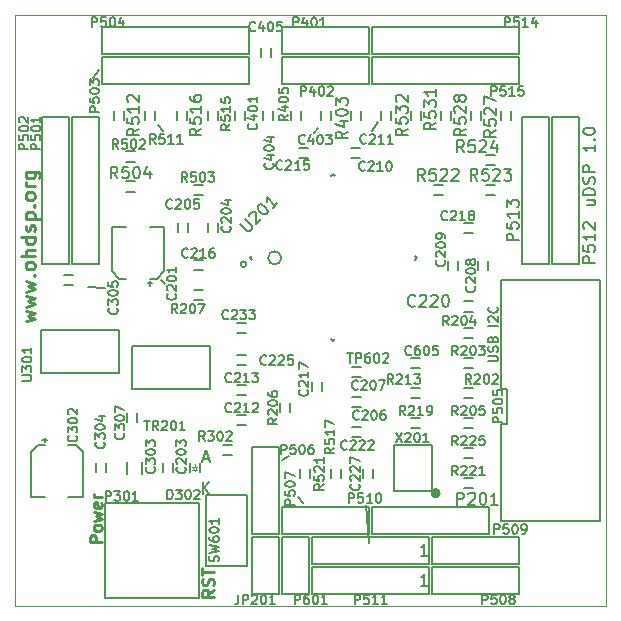
<source format=gto>
%TF.GenerationSoftware,KiCad,Pcbnew,(5.0.2)-1*%
%TF.CreationDate,2019-03-11T21:45:58+00:00*%
%TF.ProjectId,uDSP-1.0,75445350-2d31-42e3-902e-6b696361645f,1.0*%
%TF.SameCoordinates,PX660b0c0PY81b3200*%
%TF.FileFunction,Legend,Top*%
%TF.FilePolarity,Positive*%
%FSLAX46Y46*%
G04 Gerber Fmt 4.6, Leading zero omitted, Abs format (unit mm)*
G04 Created by KiCad (PCBNEW (5.0.2)-1) date 11/03/2019 21:45:58*
%MOMM*%
%LPD*%
G01*
G04 APERTURE LIST*
%ADD10C,0.200000*%
%ADD11C,0.250000*%
%ADD12C,0.100000*%
%ADD13C,0.150000*%
%ADD14C,0.500000*%
G04 APERTURE END LIST*
D10*
X25270500Y39988000D02*
X25588000Y40432500D01*
X30160000Y40178500D02*
X30668000Y40940500D01*
X23175000Y12683000D02*
X22603500Y12302000D01*
X23937000Y9190500D02*
X24318000Y8682500D01*
X12507000Y40178500D02*
X12062500Y40686500D01*
X6601500Y44687000D02*
X7046000Y45385500D01*
X12634000Y27224500D02*
X12316500Y27605500D01*
X7554000Y26907000D02*
X6157000Y26970500D01*
X40055904Y20682286D02*
X40703523Y20682286D01*
X40779714Y20720381D01*
X40817809Y20758477D01*
X40855904Y20834667D01*
X40855904Y20987048D01*
X40817809Y21063239D01*
X40779714Y21101334D01*
X40703523Y21139429D01*
X40055904Y21139429D01*
X40817809Y21482286D02*
X40855904Y21596572D01*
X40855904Y21787048D01*
X40817809Y21863239D01*
X40779714Y21901334D01*
X40703523Y21939429D01*
X40627333Y21939429D01*
X40551142Y21901334D01*
X40513047Y21863239D01*
X40474952Y21787048D01*
X40436857Y21634667D01*
X40398761Y21558477D01*
X40360666Y21520381D01*
X40284476Y21482286D01*
X40208285Y21482286D01*
X40132095Y21520381D01*
X40094000Y21558477D01*
X40055904Y21634667D01*
X40055904Y21825143D01*
X40094000Y21939429D01*
X40436857Y22548953D02*
X40474952Y22663239D01*
X40513047Y22701334D01*
X40589238Y22739429D01*
X40703523Y22739429D01*
X40779714Y22701334D01*
X40817809Y22663239D01*
X40855904Y22587048D01*
X40855904Y22282286D01*
X40055904Y22282286D01*
X40055904Y22548953D01*
X40094000Y22625143D01*
X40132095Y22663239D01*
X40208285Y22701334D01*
X40284476Y22701334D01*
X40360666Y22663239D01*
X40398761Y22625143D01*
X40436857Y22548953D01*
X40436857Y22282286D01*
X40855904Y23691810D02*
X40055904Y23691810D01*
X40132095Y24034667D02*
X40094000Y24072762D01*
X40055904Y24148953D01*
X40055904Y24339429D01*
X40094000Y24415620D01*
X40132095Y24453715D01*
X40208285Y24491810D01*
X40284476Y24491810D01*
X40398761Y24453715D01*
X40855904Y23996572D01*
X40855904Y24491810D01*
X40779714Y25291810D02*
X40817809Y25253715D01*
X40855904Y25139429D01*
X40855904Y25063239D01*
X40817809Y24948953D01*
X40741619Y24872762D01*
X40665428Y24834667D01*
X40513047Y24796572D01*
X40398761Y24796572D01*
X40246380Y24834667D01*
X40170190Y24872762D01*
X40094000Y24948953D01*
X40055904Y25063239D01*
X40055904Y25139429D01*
X40094000Y25253715D01*
X40132095Y25291810D01*
D11*
X866857Y24063929D02*
X1666857Y24292500D01*
X1095428Y24521072D01*
X1666857Y24749643D01*
X866857Y24978215D01*
X866857Y25321072D02*
X1666857Y25549643D01*
X1095428Y25778215D01*
X1666857Y26006786D01*
X866857Y26235358D01*
X866857Y26578215D02*
X1666857Y26806786D01*
X1095428Y27035358D01*
X1666857Y27263929D01*
X866857Y27492500D01*
X1552571Y27949643D02*
X1609714Y28006786D01*
X1666857Y27949643D01*
X1609714Y27892500D01*
X1552571Y27949643D01*
X1666857Y27949643D01*
X1666857Y28692500D02*
X1609714Y28578215D01*
X1552571Y28521072D01*
X1438285Y28463929D01*
X1095428Y28463929D01*
X981142Y28521072D01*
X924000Y28578215D01*
X866857Y28692500D01*
X866857Y28863929D01*
X924000Y28978215D01*
X981142Y29035358D01*
X1095428Y29092500D01*
X1438285Y29092500D01*
X1552571Y29035358D01*
X1609714Y28978215D01*
X1666857Y28863929D01*
X1666857Y28692500D01*
X1666857Y29606786D02*
X466857Y29606786D01*
X1666857Y30121072D02*
X1038285Y30121072D01*
X924000Y30063929D01*
X866857Y29949643D01*
X866857Y29778215D01*
X924000Y29663929D01*
X981142Y29606786D01*
X1666857Y31206786D02*
X466857Y31206786D01*
X1609714Y31206786D02*
X1666857Y31092500D01*
X1666857Y30863929D01*
X1609714Y30749643D01*
X1552571Y30692500D01*
X1438285Y30635358D01*
X1095428Y30635358D01*
X981142Y30692500D01*
X924000Y30749643D01*
X866857Y30863929D01*
X866857Y31092500D01*
X924000Y31206786D01*
X1609714Y31721072D02*
X1666857Y31835358D01*
X1666857Y32063929D01*
X1609714Y32178215D01*
X1495428Y32235358D01*
X1438285Y32235358D01*
X1324000Y32178215D01*
X1266857Y32063929D01*
X1266857Y31892500D01*
X1209714Y31778215D01*
X1095428Y31721072D01*
X1038285Y31721072D01*
X924000Y31778215D01*
X866857Y31892500D01*
X866857Y32063929D01*
X924000Y32178215D01*
X866857Y32749643D02*
X2066857Y32749643D01*
X924000Y32749643D02*
X866857Y32863929D01*
X866857Y33092500D01*
X924000Y33206786D01*
X981142Y33263929D01*
X1095428Y33321072D01*
X1438285Y33321072D01*
X1552571Y33263929D01*
X1609714Y33206786D01*
X1666857Y33092500D01*
X1666857Y32863929D01*
X1609714Y32749643D01*
X1552571Y33835358D02*
X1609714Y33892500D01*
X1666857Y33835358D01*
X1609714Y33778215D01*
X1552571Y33835358D01*
X1666857Y33835358D01*
X1666857Y34578215D02*
X1609714Y34463929D01*
X1552571Y34406786D01*
X1438285Y34349643D01*
X1095428Y34349643D01*
X981142Y34406786D01*
X924000Y34463929D01*
X866857Y34578215D01*
X866857Y34749643D01*
X924000Y34863929D01*
X981142Y34921072D01*
X1095428Y34978215D01*
X1438285Y34978215D01*
X1552571Y34921072D01*
X1609714Y34863929D01*
X1666857Y34749643D01*
X1666857Y34578215D01*
X1666857Y35492500D02*
X866857Y35492500D01*
X1095428Y35492500D02*
X981142Y35549643D01*
X924000Y35606786D01*
X866857Y35721072D01*
X866857Y35835358D01*
X866857Y36749643D02*
X1838285Y36749643D01*
X1952571Y36692500D01*
X2009714Y36635358D01*
X2066857Y36521072D01*
X2066857Y36349643D01*
X2009714Y36235358D01*
X1609714Y36749643D02*
X1666857Y36635358D01*
X1666857Y36406786D01*
X1609714Y36292500D01*
X1552571Y36235358D01*
X1438285Y36178215D01*
X1095428Y36178215D01*
X981142Y36235358D01*
X924000Y36292500D01*
X866857Y36406786D01*
X866857Y36635358D01*
X924000Y36749643D01*
X7307880Y5372810D02*
X6307880Y5372810D01*
X6307880Y5753762D01*
X6355500Y5849000D01*
X6403119Y5896620D01*
X6498357Y5944239D01*
X6641214Y5944239D01*
X6736452Y5896620D01*
X6784071Y5849000D01*
X6831690Y5753762D01*
X6831690Y5372810D01*
X7307880Y6515667D02*
X7260261Y6420429D01*
X7212642Y6372810D01*
X7117404Y6325191D01*
X6831690Y6325191D01*
X6736452Y6372810D01*
X6688833Y6420429D01*
X6641214Y6515667D01*
X6641214Y6658524D01*
X6688833Y6753762D01*
X6736452Y6801381D01*
X6831690Y6849000D01*
X7117404Y6849000D01*
X7212642Y6801381D01*
X7260261Y6753762D01*
X7307880Y6658524D01*
X7307880Y6515667D01*
X6641214Y7182334D02*
X7307880Y7372810D01*
X6831690Y7563286D01*
X7307880Y7753762D01*
X6641214Y7944239D01*
X7260261Y8706143D02*
X7307880Y8610905D01*
X7307880Y8420429D01*
X7260261Y8325191D01*
X7165023Y8277572D01*
X6784071Y8277572D01*
X6688833Y8325191D01*
X6641214Y8420429D01*
X6641214Y8610905D01*
X6688833Y8706143D01*
X6784071Y8753762D01*
X6879309Y8753762D01*
X6974547Y8277572D01*
X7307880Y9182334D02*
X6641214Y9182334D01*
X6831690Y9182334D02*
X6736452Y9229953D01*
X6688833Y9277572D01*
X6641214Y9372810D01*
X6641214Y9468048D01*
X16816380Y1338381D02*
X16340190Y1005048D01*
X16816380Y766953D02*
X15816380Y766953D01*
X15816380Y1147905D01*
X15864000Y1243143D01*
X15911619Y1290762D01*
X16006857Y1338381D01*
X16149714Y1338381D01*
X16244952Y1290762D01*
X16292571Y1243143D01*
X16340190Y1147905D01*
X16340190Y766953D01*
X16768761Y1719334D02*
X16816380Y1862191D01*
X16816380Y2100286D01*
X16768761Y2195524D01*
X16721142Y2243143D01*
X16625904Y2290762D01*
X16530666Y2290762D01*
X16435428Y2243143D01*
X16387809Y2195524D01*
X16340190Y2100286D01*
X16292571Y1909810D01*
X16244952Y1814572D01*
X16197333Y1766953D01*
X16102095Y1719334D01*
X16006857Y1719334D01*
X15911619Y1766953D01*
X15864000Y1814572D01*
X15816380Y1909810D01*
X15816380Y2147905D01*
X15864000Y2290762D01*
X15816380Y2576477D02*
X15816380Y3147905D01*
X16816380Y2862191D02*
X15816380Y2862191D01*
D10*
X29715500Y8492000D02*
X29953000Y5315000D01*
D12*
X0Y50000000D02*
X0Y0D01*
X50000000Y50000000D02*
X0Y50000000D01*
X50000000Y0D02*
X50000000Y50000000D01*
X0Y0D02*
X50000000Y0D01*
D10*
X48407714Y34305667D02*
X49074380Y34305667D01*
X48407714Y33877096D02*
X48931523Y33877096D01*
X49026761Y33924715D01*
X49074380Y34019953D01*
X49074380Y34162810D01*
X49026761Y34258048D01*
X48979142Y34305667D01*
X49074380Y34781858D02*
X48074380Y34781858D01*
X48074380Y35019953D01*
X48122000Y35162810D01*
X48217238Y35258048D01*
X48312476Y35305667D01*
X48502952Y35353286D01*
X48645809Y35353286D01*
X48836285Y35305667D01*
X48931523Y35258048D01*
X49026761Y35162810D01*
X49074380Y35019953D01*
X49074380Y34781858D01*
X49026761Y35734239D02*
X49074380Y35877096D01*
X49074380Y36115191D01*
X49026761Y36210429D01*
X48979142Y36258048D01*
X48883904Y36305667D01*
X48788666Y36305667D01*
X48693428Y36258048D01*
X48645809Y36210429D01*
X48598190Y36115191D01*
X48550571Y35924715D01*
X48502952Y35829477D01*
X48455333Y35781858D01*
X48360095Y35734239D01*
X48264857Y35734239D01*
X48169619Y35781858D01*
X48122000Y35829477D01*
X48074380Y35924715D01*
X48074380Y36162810D01*
X48122000Y36305667D01*
X49074380Y36734239D02*
X48074380Y36734239D01*
X48074380Y37115191D01*
X48122000Y37210429D01*
X48169619Y37258048D01*
X48264857Y37305667D01*
X48407714Y37305667D01*
X48502952Y37258048D01*
X48550571Y37210429D01*
X48598190Y37115191D01*
X48598190Y36734239D01*
X49074380Y39019953D02*
X49074380Y38448524D01*
X49074380Y38734239D02*
X48074380Y38734239D01*
X48217238Y38639000D01*
X48312476Y38543762D01*
X48360095Y38448524D01*
X48979142Y39448524D02*
X49026761Y39496143D01*
X49074380Y39448524D01*
X49026761Y39400905D01*
X48979142Y39448524D01*
X49074380Y39448524D01*
X48074380Y40115191D02*
X48074380Y40210429D01*
X48122000Y40305667D01*
X48169619Y40353286D01*
X48264857Y40400905D01*
X48455333Y40448524D01*
X48693428Y40448524D01*
X48883904Y40400905D01*
X48979142Y40353286D01*
X49026761Y40305667D01*
X49074380Y40210429D01*
X49074380Y40115191D01*
X49026761Y40019953D01*
X48979142Y39972334D01*
X48883904Y39924715D01*
X48693428Y39877096D01*
X48455333Y39877096D01*
X48264857Y39924715D01*
X48169619Y39972334D01*
X48122000Y40019953D01*
X48074380Y40115191D01*
D13*
X17968000Y13622800D02*
X17587000Y13622800D01*
X17968000Y13622800D02*
X18349000Y13622800D01*
X17968000Y12759200D02*
X17587000Y12759200D01*
X17968000Y12759200D02*
X18349000Y12759200D01*
X14742200Y11664500D02*
X14742200Y11283500D01*
X14742200Y11664500D02*
X14742200Y12045500D01*
X15605800Y11664500D02*
X15605800Y11283500D01*
X15605800Y11664500D02*
X15605800Y12045500D01*
D12*
X15174000Y11964500D02*
X15174000Y11764500D01*
X15174000Y11764500D02*
X15374000Y11764500D01*
X15374000Y11764500D02*
X15174000Y11464500D01*
X15174000Y11464500D02*
X14974000Y11764500D01*
X14974000Y11764500D02*
X15174000Y11764500D01*
X15374000Y11464500D02*
X14974000Y11464500D01*
X15174000Y11464500D02*
X15174000Y11364500D01*
D13*
X10715000Y11665000D02*
X10715000Y11131600D01*
X10715000Y11665000D02*
X10715000Y12198400D01*
X9445000Y11665000D02*
X9445000Y11131600D01*
X9445000Y11665000D02*
X9445000Y12198400D01*
X10318800Y15919500D02*
X10318800Y16300500D01*
X10318800Y15919500D02*
X10318800Y15538500D01*
X9455200Y15919500D02*
X9455200Y16300500D01*
X9455200Y15919500D02*
X9455200Y15538500D01*
X7651800Y11665000D02*
X7651800Y12046000D01*
X7651800Y11665000D02*
X7651800Y11284000D01*
X6788200Y11665000D02*
X6788200Y12046000D01*
X6788200Y11665000D02*
X6788200Y11284000D01*
X4500000Y27971800D02*
X4119000Y27971800D01*
X4500000Y27971800D02*
X4881000Y27971800D01*
X4500000Y27108200D02*
X4119000Y27108200D01*
X4500000Y27108200D02*
X4881000Y27108200D01*
X5690000Y11413000D02*
X5690000Y9213000D01*
X5690000Y9213000D02*
X4490000Y9213000D01*
X2490000Y9213000D02*
X1290000Y9213000D01*
X1290000Y9213000D02*
X1290000Y11413000D01*
X1290000Y11413000D02*
X1290000Y13013000D01*
X1290000Y13013000D02*
X1890000Y13613000D01*
X1890000Y13613000D02*
X2490000Y13613000D01*
X5690000Y11413000D02*
X5690000Y13013000D01*
X5690000Y13013000D02*
X5090000Y13613000D01*
X5090000Y13613000D02*
X4490000Y13613000D01*
X2290000Y14013000D02*
X2690000Y14013000D01*
X2490000Y14213000D02*
X2490000Y13813000D01*
X8195000Y29891500D02*
X8195000Y32091500D01*
X8195000Y32091500D02*
X9395000Y32091500D01*
X11395000Y32091500D02*
X12595000Y32091500D01*
X12595000Y32091500D02*
X12595000Y29891500D01*
X12595000Y29891500D02*
X12595000Y28291500D01*
X12595000Y28291500D02*
X11995000Y27691500D01*
X11995000Y27691500D02*
X11395000Y27691500D01*
X8195000Y29891500D02*
X8195000Y28291500D01*
X8195000Y28291500D02*
X8795000Y27691500D01*
X8795000Y27691500D02*
X9395000Y27691500D01*
X11595000Y27291500D02*
X11195000Y27291500D01*
X11395000Y27091500D02*
X11395000Y27491500D01*
X32493000Y3537000D02*
X35033000Y3537000D01*
X32493000Y5823000D02*
X35033000Y5823000D01*
X29953000Y3537000D02*
X32493000Y3537000D01*
X29953000Y5823000D02*
X32493000Y5823000D01*
X25127000Y5823000D02*
X25127000Y3537000D01*
X35033000Y5823000D02*
X35033000Y3537000D01*
X25127000Y5823000D02*
X29953000Y5823000D01*
X29953000Y3537000D02*
X25127000Y3537000D01*
X24923800Y11225000D02*
X24923800Y11606000D01*
X24923800Y11225000D02*
X24923800Y10844000D01*
X24060200Y11225000D02*
X24060200Y11606000D01*
X24060200Y11225000D02*
X24060200Y10844000D01*
X26727200Y11225000D02*
X26727200Y10844000D01*
X26727200Y11225000D02*
X26727200Y11606000D01*
X27590800Y11225000D02*
X27590800Y10844000D01*
X27590800Y11225000D02*
X27590800Y11606000D01*
X45320000Y27580000D02*
X41120000Y27580000D01*
X49520000Y27580000D02*
X45320000Y27580000D01*
X49520000Y7180000D02*
X49520000Y27580000D01*
X41120000Y7180000D02*
X49520000Y7180000D01*
X41120000Y27580000D02*
X41120000Y18380000D01*
X41120000Y18380000D02*
X41620000Y18380000D01*
X41620000Y18380000D02*
X41620000Y15380000D01*
X41620000Y15380000D02*
X41120000Y15380000D01*
X41120000Y15380000D02*
X41120000Y7180000D01*
X32075000Y9715000D02*
X35275000Y9715000D01*
X35275000Y9715000D02*
X35275000Y13615000D01*
X35275000Y13615000D02*
X32075000Y13615000D01*
X32075000Y13615000D02*
X32075000Y9715000D01*
D14*
X35755278Y9515000D02*
G75*
G03X35755278Y9515000I-180278J0D01*
G01*
D13*
X38335000Y24888200D02*
X38716000Y24888200D01*
X38335000Y24888200D02*
X37954000Y24888200D01*
X38335000Y25751800D02*
X38716000Y25751800D01*
X38335000Y25751800D02*
X37954000Y25751800D01*
X12456200Y11667000D02*
X12456200Y11286000D01*
X12456200Y11667000D02*
X12456200Y12048000D01*
X13319800Y11667000D02*
X13319800Y11286000D01*
X13319800Y11667000D02*
X13319800Y12048000D01*
X22514270Y29438019D02*
G75*
G03X22514270Y29438019I-559017J0D01*
G01*
X19553602Y28907689D02*
G75*
G03X19553602Y28907689I-250000J0D01*
G01*
X19833932Y29438019D02*
X20010709Y29614796D01*
X19833932Y29438019D02*
X20010709Y29261242D01*
X26728223Y36332310D02*
X26905000Y36509087D01*
X26905000Y36509087D02*
X27081777Y36332310D01*
X33799291Y29614796D02*
X33976068Y29438019D01*
X33976068Y29438019D02*
X33799291Y29261242D01*
X27081777Y22543728D02*
X26905000Y22366951D01*
X26728223Y22543728D02*
X26905000Y22366951D01*
X33890000Y17583200D02*
X34271000Y17583200D01*
X33890000Y17583200D02*
X33509000Y17583200D01*
X33890000Y18446800D02*
X34271000Y18446800D01*
X33890000Y18446800D02*
X33509000Y18446800D01*
X20758200Y46844000D02*
X20758200Y46463000D01*
X20758200Y46844000D02*
X20758200Y47225000D01*
X21621800Y46844000D02*
X21621800Y46463000D01*
X21621800Y46844000D02*
X21621800Y47225000D01*
X19462800Y41510000D02*
X19462800Y41891000D01*
X19462800Y41510000D02*
X19462800Y41129000D01*
X18599200Y41510000D02*
X18599200Y41891000D01*
X18599200Y41510000D02*
X18599200Y41129000D01*
X25838200Y41510000D02*
X25838200Y41129000D01*
X25838200Y41510000D02*
X25838200Y41891000D01*
X26701800Y41510000D02*
X26701800Y41129000D01*
X26701800Y41510000D02*
X26701800Y41891000D01*
X20948700Y41510000D02*
X20948700Y41129000D01*
X20948700Y41510000D02*
X20948700Y41891000D01*
X21812300Y41510000D02*
X21812300Y41129000D01*
X21812300Y41510000D02*
X21812300Y41891000D01*
X24161800Y41510000D02*
X24161800Y41891000D01*
X24161800Y41510000D02*
X24161800Y41129000D01*
X23298200Y41510000D02*
X23298200Y41891000D01*
X23298200Y41510000D02*
X23298200Y41129000D01*
X28378200Y41510000D02*
X28378200Y41129000D01*
X28378200Y41510000D02*
X28378200Y41891000D01*
X29241800Y41510000D02*
X29241800Y41129000D01*
X29241800Y41510000D02*
X29241800Y41891000D01*
X40113000Y3537000D02*
X42653000Y3537000D01*
X40113000Y5823000D02*
X42653000Y5823000D01*
X35287000Y5823000D02*
X35287000Y3537000D01*
X42653000Y5823000D02*
X42653000Y3537000D01*
X35287000Y5823000D02*
X40113000Y5823000D01*
X40113000Y3537000D02*
X35287000Y3537000D01*
X29408200Y11225000D02*
X29408200Y10844000D01*
X29408200Y11225000D02*
X29408200Y11606000D01*
X30271800Y11225000D02*
X30271800Y10844000D01*
X30271800Y11225000D02*
X30271800Y11606000D01*
X47733000Y33763000D02*
X47733000Y28937000D01*
X45447000Y28937000D02*
X45447000Y33763000D01*
X45447000Y41383000D02*
X47733000Y41383000D01*
X45447000Y28937000D02*
X47733000Y28937000D01*
X45447000Y33763000D02*
X45447000Y36303000D01*
X47733000Y33763000D02*
X47733000Y36303000D01*
X45447000Y36303000D02*
X45447000Y38843000D01*
X47733000Y36303000D02*
X47733000Y38843000D01*
X45447000Y41383000D02*
X45447000Y38716000D01*
X47733000Y38843000D02*
X47733000Y41383000D01*
X14509800Y41510000D02*
X14509800Y41891000D01*
X14509800Y41510000D02*
X14509800Y41129000D01*
X13646200Y41510000D02*
X13646200Y41891000D01*
X13646200Y41510000D02*
X13646200Y41129000D01*
X35795000Y35591800D02*
X35414000Y35591800D01*
X35795000Y35591800D02*
X36176000Y35591800D01*
X35795000Y34728200D02*
X35414000Y34728200D01*
X35795000Y34728200D02*
X36176000Y34728200D01*
X40240000Y35591800D02*
X39859000Y35591800D01*
X40240000Y35591800D02*
X40621000Y35591800D01*
X40240000Y34728200D02*
X39859000Y34728200D01*
X40240000Y34728200D02*
X40621000Y34728200D01*
X40240000Y38131800D02*
X39859000Y38131800D01*
X40240000Y38131800D02*
X40621000Y38131800D01*
X40240000Y37268200D02*
X39859000Y37268200D01*
X40240000Y37268200D02*
X40621000Y37268200D01*
X16313200Y41510000D02*
X16313200Y41129000D01*
X16313200Y41510000D02*
X16313200Y41891000D01*
X17176800Y41510000D02*
X17176800Y41129000D01*
X17176800Y41510000D02*
X17176800Y41891000D01*
X38538200Y41510000D02*
X38538200Y41129000D01*
X38538200Y41510000D02*
X38538200Y41891000D01*
X39401800Y41510000D02*
X39401800Y41129000D01*
X39401800Y41510000D02*
X39401800Y41891000D01*
X35998200Y41510000D02*
X35998200Y41129000D01*
X35998200Y41510000D02*
X35998200Y41891000D01*
X36861800Y41510000D02*
X36861800Y41129000D01*
X36861800Y41510000D02*
X36861800Y41891000D01*
X33458200Y41510000D02*
X33458200Y41129000D01*
X33458200Y41510000D02*
X33458200Y41891000D01*
X34321800Y41510000D02*
X34321800Y41129000D01*
X34321800Y41510000D02*
X34321800Y41891000D01*
X41078200Y41510000D02*
X41078200Y41129000D01*
X41078200Y41510000D02*
X41078200Y41891000D01*
X41941800Y41510000D02*
X41941800Y41129000D01*
X41941800Y41510000D02*
X41941800Y41891000D01*
X9760000Y38451300D02*
X9379000Y38451300D01*
X9760000Y38451300D02*
X10141000Y38451300D01*
X9760000Y37587700D02*
X9379000Y37587700D01*
X9760000Y37587700D02*
X10141000Y37587700D01*
X15475000Y35591800D02*
X15094000Y35591800D01*
X15475000Y35591800D02*
X15856000Y35591800D01*
X15475000Y34728200D02*
X15094000Y34728200D01*
X15475000Y34728200D02*
X15856000Y34728200D01*
X9760000Y35911300D02*
X9379000Y35911300D01*
X9760000Y35911300D02*
X10141000Y35911300D01*
X9760000Y35047700D02*
X9379000Y35047700D01*
X9760000Y35047700D02*
X10141000Y35047700D01*
X9175800Y41510000D02*
X9175800Y41891000D01*
X9175800Y41510000D02*
X9175800Y41129000D01*
X8312200Y41510000D02*
X8312200Y41891000D01*
X8312200Y41510000D02*
X8312200Y41129000D01*
X11842800Y41510000D02*
X11842800Y41891000D01*
X11842800Y41510000D02*
X11842800Y41129000D01*
X10979200Y41510000D02*
X10979200Y41891000D01*
X10979200Y41510000D02*
X10979200Y41129000D01*
X15475000Y26701800D02*
X15094000Y26701800D01*
X15475000Y26701800D02*
X15856000Y26701800D01*
X15475000Y25838200D02*
X15094000Y25838200D01*
X15475000Y25838200D02*
X15856000Y25838200D01*
X19638000Y9331000D02*
X17888000Y9331000D01*
X19638000Y3331000D02*
X19638000Y9331000D01*
X16138000Y3331000D02*
X19638000Y3331000D01*
X16138000Y9331000D02*
X16138000Y3331000D01*
X17888000Y9331000D02*
X16138000Y9331000D01*
X33890000Y20986800D02*
X33509000Y20986800D01*
X33890000Y20986800D02*
X34271000Y20986800D01*
X33890000Y20123200D02*
X33509000Y20123200D01*
X33890000Y20123200D02*
X34271000Y20123200D01*
X38335000Y13366800D02*
X37954000Y13366800D01*
X38335000Y13366800D02*
X38716000Y13366800D01*
X38335000Y12503200D02*
X37954000Y12503200D01*
X38335000Y12503200D02*
X38716000Y12503200D01*
X38335000Y10826800D02*
X37954000Y10826800D01*
X38335000Y10826800D02*
X38716000Y10826800D01*
X38335000Y9963200D02*
X37954000Y9963200D01*
X38335000Y9963200D02*
X38716000Y9963200D01*
X33890000Y15906800D02*
X33509000Y15906800D01*
X33890000Y15906800D02*
X34271000Y15906800D01*
X33890000Y15043200D02*
X33509000Y15043200D01*
X33890000Y15043200D02*
X34271000Y15043200D01*
X28890000Y14283200D02*
X29271000Y14283200D01*
X28890000Y14283200D02*
X28509000Y14283200D01*
X28890000Y15146800D02*
X29271000Y15146800D01*
X28890000Y15146800D02*
X28509000Y15146800D01*
X38335000Y22663200D02*
X38716000Y22663200D01*
X38335000Y22663200D02*
X37954000Y22663200D01*
X38335000Y23526800D02*
X38716000Y23526800D01*
X38335000Y23526800D02*
X37954000Y23526800D01*
X38335000Y15043200D02*
X38716000Y15043200D01*
X38335000Y15043200D02*
X37954000Y15043200D01*
X38335000Y15906800D02*
X38716000Y15906800D01*
X38335000Y15906800D02*
X37954000Y15906800D01*
X38335000Y20123200D02*
X38716000Y20123200D01*
X38335000Y20123200D02*
X37954000Y20123200D01*
X38335000Y20986800D02*
X38716000Y20986800D01*
X38335000Y20986800D02*
X37954000Y20986800D01*
X38335000Y17583200D02*
X38716000Y17583200D01*
X38335000Y17583200D02*
X37954000Y17583200D01*
X38335000Y18446800D02*
X38716000Y18446800D01*
X38335000Y18446800D02*
X37954000Y18446800D01*
X16489000Y21974000D02*
X16489000Y20174000D01*
X9889000Y21974000D02*
X16489000Y21974000D01*
X9889000Y18374000D02*
X9889000Y21974000D01*
X16489000Y18374000D02*
X9889000Y18374000D01*
X16489000Y20174000D02*
X16489000Y18374000D01*
X22333000Y10903000D02*
X22333000Y6077000D01*
X20047000Y6077000D02*
X20047000Y10903000D01*
X20047000Y13443000D02*
X22333000Y13443000D01*
X20047000Y6077000D02*
X22333000Y6077000D01*
X20047000Y10903000D02*
X20047000Y13443000D01*
X22333000Y10903000D02*
X22333000Y13443000D01*
X40113000Y997000D02*
X35287000Y997000D01*
X35287000Y3283000D02*
X40113000Y3283000D01*
X42653000Y3283000D02*
X42653000Y997000D01*
X35287000Y3283000D02*
X35287000Y997000D01*
X40113000Y3283000D02*
X42653000Y3283000D01*
X40113000Y997000D02*
X42653000Y997000D01*
X25127000Y8363000D02*
X29953000Y8363000D01*
X29953000Y6077000D02*
X25127000Y6077000D01*
X22587000Y6077000D02*
X22587000Y8363000D01*
X29953000Y6077000D02*
X29953000Y8363000D01*
X25127000Y6077000D02*
X22587000Y6077000D01*
X25127000Y8363000D02*
X22587000Y8363000D01*
X29953000Y997000D02*
X25127000Y997000D01*
X25127000Y3283000D02*
X29953000Y3283000D01*
X35033000Y3283000D02*
X35033000Y997000D01*
X25127000Y3283000D02*
X25127000Y997000D01*
X29953000Y3283000D02*
X32493000Y3283000D01*
X29953000Y997000D02*
X32493000Y997000D01*
X32493000Y3283000D02*
X35033000Y3283000D01*
X32493000Y997000D02*
X35033000Y997000D01*
X14967000Y49003000D02*
X19793000Y49003000D01*
X19793000Y46717000D02*
X14967000Y46717000D01*
X7347000Y46717000D02*
X7347000Y49003000D01*
X19793000Y46717000D02*
X19793000Y49003000D01*
X14967000Y46717000D02*
X12427000Y46717000D01*
X14967000Y49003000D02*
X12427000Y49003000D01*
X12427000Y46717000D02*
X9887000Y46717000D01*
X12427000Y49003000D02*
X9887000Y49003000D01*
X7347000Y46717000D02*
X10014000Y46717000D01*
X9887000Y49003000D02*
X7347000Y49003000D01*
X14967000Y46463000D02*
X19793000Y46463000D01*
X19793000Y44177000D02*
X14967000Y44177000D01*
X7347000Y44177000D02*
X7347000Y46463000D01*
X19793000Y44177000D02*
X19793000Y46463000D01*
X14967000Y44177000D02*
X12427000Y44177000D01*
X14967000Y46463000D02*
X12427000Y46463000D01*
X12427000Y44177000D02*
X9887000Y44177000D01*
X12427000Y46463000D02*
X9887000Y46463000D01*
X7347000Y44177000D02*
X10014000Y44177000D01*
X9887000Y46463000D02*
X7347000Y46463000D01*
X2267000Y36557000D02*
X2267000Y41383000D01*
X4553000Y41383000D02*
X4553000Y36557000D01*
X4553000Y28937000D02*
X2267000Y28937000D01*
X4553000Y41383000D02*
X2267000Y41383000D01*
X4553000Y36557000D02*
X4553000Y34017000D01*
X2267000Y36557000D02*
X2267000Y34017000D01*
X4553000Y34017000D02*
X4553000Y31477000D01*
X2267000Y34017000D02*
X2267000Y31477000D01*
X4553000Y28937000D02*
X4553000Y31604000D01*
X2267000Y31477000D02*
X2267000Y28937000D01*
X4807000Y36557000D02*
X4807000Y41383000D01*
X7093000Y41383000D02*
X7093000Y36557000D01*
X7093000Y28937000D02*
X4807000Y28937000D01*
X7093000Y41383000D02*
X4807000Y41383000D01*
X7093000Y36557000D02*
X7093000Y34017000D01*
X4807000Y36557000D02*
X4807000Y34017000D01*
X7093000Y34017000D02*
X7093000Y31477000D01*
X4807000Y34017000D02*
X4807000Y31477000D01*
X7093000Y28937000D02*
X7093000Y31604000D01*
X4807000Y31477000D02*
X4807000Y28937000D01*
X37827000Y46463000D02*
X42653000Y46463000D01*
X42653000Y44177000D02*
X37827000Y44177000D01*
X30207000Y44177000D02*
X30207000Y46463000D01*
X42653000Y44177000D02*
X42653000Y46463000D01*
X37827000Y44177000D02*
X35287000Y44177000D01*
X37827000Y46463000D02*
X35287000Y46463000D01*
X35287000Y44177000D02*
X32747000Y44177000D01*
X35287000Y46463000D02*
X32747000Y46463000D01*
X30207000Y44177000D02*
X32874000Y44177000D01*
X32747000Y46463000D02*
X30207000Y46463000D01*
X37827000Y49003000D02*
X42653000Y49003000D01*
X42653000Y46717000D02*
X37827000Y46717000D01*
X30207000Y46717000D02*
X30207000Y49003000D01*
X42653000Y46717000D02*
X42653000Y49003000D01*
X37827000Y46717000D02*
X35287000Y46717000D01*
X37827000Y49003000D02*
X35287000Y49003000D01*
X35287000Y46717000D02*
X32747000Y46717000D01*
X35287000Y49003000D02*
X32747000Y49003000D01*
X30207000Y46717000D02*
X32874000Y46717000D01*
X32747000Y49003000D02*
X30207000Y49003000D01*
X45193000Y33763000D02*
X45193000Y28937000D01*
X42907000Y28937000D02*
X42907000Y33763000D01*
X42907000Y41383000D02*
X45193000Y41383000D01*
X42907000Y28937000D02*
X45193000Y28937000D01*
X42907000Y33763000D02*
X42907000Y36303000D01*
X45193000Y33763000D02*
X45193000Y36303000D01*
X42907000Y36303000D02*
X42907000Y38843000D01*
X45193000Y36303000D02*
X45193000Y38843000D01*
X42907000Y41383000D02*
X42907000Y38716000D01*
X45193000Y38843000D02*
X45193000Y41383000D01*
X27413000Y44177000D02*
X22587000Y44177000D01*
X22587000Y46463000D02*
X27413000Y46463000D01*
X29953000Y46463000D02*
X29953000Y44177000D01*
X22587000Y46463000D02*
X22587000Y44177000D01*
X27413000Y46463000D02*
X29953000Y46463000D01*
X27413000Y44177000D02*
X29953000Y44177000D01*
X27413000Y46717000D02*
X22587000Y46717000D01*
X22587000Y49003000D02*
X27413000Y49003000D01*
X29953000Y49003000D02*
X29953000Y46717000D01*
X22587000Y49003000D02*
X22587000Y46717000D01*
X27413000Y49003000D02*
X29953000Y49003000D01*
X27413000Y46717000D02*
X29953000Y46717000D01*
X35287000Y8363000D02*
X40113000Y8363000D01*
X40113000Y6077000D02*
X35287000Y6077000D01*
X30207000Y6077000D02*
X30207000Y8363000D01*
X40113000Y6077000D02*
X40113000Y8363000D01*
X35287000Y6077000D02*
X32747000Y6077000D01*
X35287000Y8363000D02*
X32747000Y8363000D01*
X32747000Y6077000D02*
X30207000Y6077000D01*
X32747000Y8363000D02*
X30207000Y8363000D01*
X20047000Y997000D02*
X22333000Y997000D01*
X20047000Y5823000D02*
X22333000Y5823000D01*
X20047000Y997000D02*
X20047000Y5823000D01*
X22333000Y5823000D02*
X22333000Y997000D01*
X22587000Y997000D02*
X24873000Y997000D01*
X22587000Y5823000D02*
X24873000Y5823000D01*
X22587000Y997000D02*
X22587000Y5823000D01*
X24873000Y5823000D02*
X24873000Y997000D01*
X22409200Y16745000D02*
X22409200Y16364000D01*
X22409200Y16745000D02*
X22409200Y17126000D01*
X23272800Y16745000D02*
X23272800Y16364000D01*
X23272800Y16745000D02*
X23272800Y17126000D01*
X19158000Y18700800D02*
X18777000Y18700800D01*
X19158000Y18700800D02*
X19539000Y18700800D01*
X19158000Y17837200D02*
X18777000Y17837200D01*
X19158000Y17837200D02*
X19539000Y17837200D01*
X19158000Y16160800D02*
X18777000Y16160800D01*
X19158000Y16160800D02*
X19539000Y16160800D01*
X19158000Y15297200D02*
X18777000Y15297200D01*
X19158000Y15297200D02*
X19539000Y15297200D01*
X19158000Y23044200D02*
X19539000Y23044200D01*
X19158000Y23044200D02*
X18777000Y23044200D01*
X19158000Y23907800D02*
X19539000Y23907800D01*
X19158000Y23907800D02*
X18777000Y23907800D01*
X19158000Y20377200D02*
X19539000Y20377200D01*
X19158000Y20377200D02*
X18777000Y20377200D01*
X19158000Y21240800D02*
X19539000Y21240800D01*
X19158000Y21240800D02*
X18777000Y21240800D01*
X38335000Y32416800D02*
X37954000Y32416800D01*
X38335000Y32416800D02*
X38716000Y32416800D01*
X38335000Y31553200D02*
X37954000Y31553200D01*
X38335000Y31553200D02*
X38716000Y31553200D01*
X25939800Y18523000D02*
X25939800Y18904000D01*
X25939800Y18523000D02*
X25939800Y18142000D01*
X25076200Y18523000D02*
X25076200Y18904000D01*
X25076200Y18523000D02*
X25076200Y18142000D01*
X24365000Y38766800D02*
X23984000Y38766800D01*
X24365000Y38766800D02*
X24746000Y38766800D01*
X24365000Y37903200D02*
X23984000Y37903200D01*
X24365000Y37903200D02*
X24746000Y37903200D01*
X30918200Y41510000D02*
X30918200Y41129000D01*
X30918200Y41510000D02*
X30918200Y41891000D01*
X31781800Y41510000D02*
X31781800Y41129000D01*
X31781800Y41510000D02*
X31781800Y41891000D01*
X28810000Y37903200D02*
X29191000Y37903200D01*
X28810000Y37903200D02*
X28429000Y37903200D01*
X28810000Y38766800D02*
X29191000Y38766800D01*
X28810000Y38766800D02*
X28429000Y38766800D01*
X36633200Y28810000D02*
X36633200Y28429000D01*
X36633200Y28810000D02*
X36633200Y29191000D01*
X37496800Y28810000D02*
X37496800Y28429000D01*
X37496800Y28810000D02*
X37496800Y29191000D01*
X39173200Y28810000D02*
X39173200Y28429000D01*
X39173200Y28810000D02*
X39173200Y29191000D01*
X40036800Y28810000D02*
X40036800Y28429000D01*
X40036800Y28810000D02*
X40036800Y29191000D01*
X28890000Y19363200D02*
X29271000Y19363200D01*
X28890000Y19363200D02*
X28509000Y19363200D01*
X28890000Y20226800D02*
X29271000Y20226800D01*
X28890000Y20226800D02*
X28509000Y20226800D01*
X28890000Y16823200D02*
X29271000Y16823200D01*
X28890000Y16823200D02*
X28509000Y16823200D01*
X28890000Y17686800D02*
X29271000Y17686800D01*
X28890000Y17686800D02*
X28509000Y17686800D01*
X13773200Y31985000D02*
X13773200Y31604000D01*
X13773200Y31985000D02*
X13773200Y32366000D01*
X14636800Y31985000D02*
X14636800Y31604000D01*
X14636800Y31985000D02*
X14636800Y32366000D01*
X16313200Y31985000D02*
X16313200Y31604000D01*
X16313200Y31985000D02*
X16313200Y32366000D01*
X17176800Y31985000D02*
X17176800Y31604000D01*
X17176800Y31985000D02*
X17176800Y32366000D01*
X15475000Y28378200D02*
X15856000Y28378200D01*
X15475000Y28378200D02*
X15094000Y28378200D01*
X15475000Y29241800D02*
X15856000Y29241800D01*
X15475000Y29241800D02*
X15094000Y29241800D01*
X7570000Y6680000D02*
X7570000Y4680000D01*
X15570000Y8680000D02*
X7570000Y8680000D01*
X15570000Y2680000D02*
X15570000Y6680000D01*
X7570000Y680000D02*
X15570000Y680000D01*
X7570000Y4680000D02*
X7570000Y2680000D01*
X7570000Y680000D02*
X7570000Y2680000D01*
X7570000Y6680000D02*
X7570000Y8680000D01*
X15570000Y8680000D02*
X15570000Y6680000D01*
X15570000Y2680000D02*
X15570000Y680000D01*
X2200000Y19700000D02*
X2200000Y21500000D01*
X8800000Y19700000D02*
X2200000Y19700000D01*
X8800000Y23300000D02*
X8800000Y19700000D01*
X2200000Y23300000D02*
X8800000Y23300000D01*
X2200000Y21500000D02*
X2200000Y23300000D01*
X16040261Y13970096D02*
X15773595Y14351048D01*
X15583119Y13970096D02*
X15583119Y14770096D01*
X15887880Y14770096D01*
X15964071Y14732000D01*
X16002166Y14693905D01*
X16040261Y14617715D01*
X16040261Y14503429D01*
X16002166Y14427239D01*
X15964071Y14389143D01*
X15887880Y14351048D01*
X15583119Y14351048D01*
X16306928Y14770096D02*
X16802166Y14770096D01*
X16535500Y14465334D01*
X16649785Y14465334D01*
X16725976Y14427239D01*
X16764071Y14389143D01*
X16802166Y14312953D01*
X16802166Y14122477D01*
X16764071Y14046286D01*
X16725976Y14008191D01*
X16649785Y13970096D01*
X16421214Y13970096D01*
X16345023Y14008191D01*
X16306928Y14046286D01*
X17297404Y14770096D02*
X17373595Y14770096D01*
X17449785Y14732000D01*
X17487880Y14693905D01*
X17525976Y14617715D01*
X17564071Y14465334D01*
X17564071Y14274858D01*
X17525976Y14122477D01*
X17487880Y14046286D01*
X17449785Y14008191D01*
X17373595Y13970096D01*
X17297404Y13970096D01*
X17221214Y14008191D01*
X17183119Y14046286D01*
X17145023Y14122477D01*
X17106928Y14274858D01*
X17106928Y14465334D01*
X17145023Y14617715D01*
X17183119Y14693905D01*
X17221214Y14732000D01*
X17297404Y14770096D01*
X17868833Y14693905D02*
X17906928Y14732000D01*
X17983119Y14770096D01*
X18173595Y14770096D01*
X18249785Y14732000D01*
X18287880Y14693905D01*
X18325976Y14617715D01*
X18325976Y14541524D01*
X18287880Y14427239D01*
X17830738Y13970096D01*
X18325976Y13970096D01*
X12852619Y9017096D02*
X12852619Y9817096D01*
X13043095Y9817096D01*
X13157380Y9779000D01*
X13233571Y9702810D01*
X13271666Y9626620D01*
X13309761Y9474239D01*
X13309761Y9359953D01*
X13271666Y9207572D01*
X13233571Y9131381D01*
X13157380Y9055191D01*
X13043095Y9017096D01*
X12852619Y9017096D01*
X13576428Y9817096D02*
X14071666Y9817096D01*
X13805000Y9512334D01*
X13919285Y9512334D01*
X13995476Y9474239D01*
X14033571Y9436143D01*
X14071666Y9359953D01*
X14071666Y9169477D01*
X14033571Y9093286D01*
X13995476Y9055191D01*
X13919285Y9017096D01*
X13690714Y9017096D01*
X13614523Y9055191D01*
X13576428Y9093286D01*
X14566904Y9817096D02*
X14643095Y9817096D01*
X14719285Y9779000D01*
X14757380Y9740905D01*
X14795476Y9664715D01*
X14833571Y9512334D01*
X14833571Y9321858D01*
X14795476Y9169477D01*
X14757380Y9093286D01*
X14719285Y9055191D01*
X14643095Y9017096D01*
X14566904Y9017096D01*
X14490714Y9055191D01*
X14452619Y9093286D01*
X14414523Y9169477D01*
X14376428Y9321858D01*
X14376428Y9512334D01*
X14414523Y9664715D01*
X14452619Y9740905D01*
X14490714Y9779000D01*
X14566904Y9817096D01*
X15138333Y9740905D02*
X15176428Y9779000D01*
X15252619Y9817096D01*
X15443095Y9817096D01*
X15519285Y9779000D01*
X15557380Y9740905D01*
X15595476Y9664715D01*
X15595476Y9588524D01*
X15557380Y9474239D01*
X15100238Y9017096D01*
X15595476Y9017096D01*
X15871904Y12450834D02*
X16348095Y12450834D01*
X15776666Y12165120D02*
X16110000Y13165120D01*
X16443333Y12165120D01*
X15848095Y9434620D02*
X15848095Y10434620D01*
X16419523Y9434620D02*
X15990952Y10006048D01*
X16419523Y10434620D02*
X15848095Y9863191D01*
X11760214Y11722262D02*
X11798309Y11684167D01*
X11836404Y11569881D01*
X11836404Y11493691D01*
X11798309Y11379405D01*
X11722119Y11303215D01*
X11645928Y11265120D01*
X11493547Y11227024D01*
X11379261Y11227024D01*
X11226880Y11265120D01*
X11150690Y11303215D01*
X11074500Y11379405D01*
X11036404Y11493691D01*
X11036404Y11569881D01*
X11074500Y11684167D01*
X11112595Y11722262D01*
X11036404Y11988929D02*
X11036404Y12484167D01*
X11341166Y12217500D01*
X11341166Y12331786D01*
X11379261Y12407977D01*
X11417357Y12446072D01*
X11493547Y12484167D01*
X11684023Y12484167D01*
X11760214Y12446072D01*
X11798309Y12407977D01*
X11836404Y12331786D01*
X11836404Y12103215D01*
X11798309Y12027024D01*
X11760214Y11988929D01*
X11036404Y12979405D02*
X11036404Y13055596D01*
X11074500Y13131786D01*
X11112595Y13169881D01*
X11188785Y13207977D01*
X11341166Y13246072D01*
X11531642Y13246072D01*
X11684023Y13207977D01*
X11760214Y13169881D01*
X11798309Y13131786D01*
X11836404Y13055596D01*
X11836404Y12979405D01*
X11798309Y12903215D01*
X11760214Y12865120D01*
X11684023Y12827024D01*
X11531642Y12788929D01*
X11341166Y12788929D01*
X11188785Y12827024D01*
X11112595Y12865120D01*
X11074500Y12903215D01*
X11036404Y12979405D01*
X11036404Y13512739D02*
X11036404Y14007977D01*
X11341166Y13741310D01*
X11341166Y13855596D01*
X11379261Y13931786D01*
X11417357Y13969881D01*
X11493547Y14007977D01*
X11684023Y14007977D01*
X11760214Y13969881D01*
X11798309Y13931786D01*
X11836404Y13855596D01*
X11836404Y13627024D01*
X11798309Y13550834D01*
X11760214Y13512739D01*
X9156714Y14579762D02*
X9194809Y14541667D01*
X9232904Y14427381D01*
X9232904Y14351191D01*
X9194809Y14236905D01*
X9118619Y14160715D01*
X9042428Y14122620D01*
X8890047Y14084524D01*
X8775761Y14084524D01*
X8623380Y14122620D01*
X8547190Y14160715D01*
X8471000Y14236905D01*
X8432904Y14351191D01*
X8432904Y14427381D01*
X8471000Y14541667D01*
X8509095Y14579762D01*
X8432904Y14846429D02*
X8432904Y15341667D01*
X8737666Y15075000D01*
X8737666Y15189286D01*
X8775761Y15265477D01*
X8813857Y15303572D01*
X8890047Y15341667D01*
X9080523Y15341667D01*
X9156714Y15303572D01*
X9194809Y15265477D01*
X9232904Y15189286D01*
X9232904Y14960715D01*
X9194809Y14884524D01*
X9156714Y14846429D01*
X8432904Y15836905D02*
X8432904Y15913096D01*
X8471000Y15989286D01*
X8509095Y16027381D01*
X8585285Y16065477D01*
X8737666Y16103572D01*
X8928142Y16103572D01*
X9080523Y16065477D01*
X9156714Y16027381D01*
X9194809Y15989286D01*
X9232904Y15913096D01*
X9232904Y15836905D01*
X9194809Y15760715D01*
X9156714Y15722620D01*
X9080523Y15684524D01*
X8928142Y15646429D01*
X8737666Y15646429D01*
X8585285Y15684524D01*
X8509095Y15722620D01*
X8471000Y15760715D01*
X8432904Y15836905D01*
X8432904Y16370239D02*
X8432904Y16903572D01*
X9232904Y16560715D01*
X7505714Y13817762D02*
X7543809Y13779667D01*
X7581904Y13665381D01*
X7581904Y13589191D01*
X7543809Y13474905D01*
X7467619Y13398715D01*
X7391428Y13360620D01*
X7239047Y13322524D01*
X7124761Y13322524D01*
X6972380Y13360620D01*
X6896190Y13398715D01*
X6820000Y13474905D01*
X6781904Y13589191D01*
X6781904Y13665381D01*
X6820000Y13779667D01*
X6858095Y13817762D01*
X6781904Y14084429D02*
X6781904Y14579667D01*
X7086666Y14313000D01*
X7086666Y14427286D01*
X7124761Y14503477D01*
X7162857Y14541572D01*
X7239047Y14579667D01*
X7429523Y14579667D01*
X7505714Y14541572D01*
X7543809Y14503477D01*
X7581904Y14427286D01*
X7581904Y14198715D01*
X7543809Y14122524D01*
X7505714Y14084429D01*
X6781904Y15074905D02*
X6781904Y15151096D01*
X6820000Y15227286D01*
X6858095Y15265381D01*
X6934285Y15303477D01*
X7086666Y15341572D01*
X7277142Y15341572D01*
X7429523Y15303477D01*
X7505714Y15265381D01*
X7543809Y15227286D01*
X7581904Y15151096D01*
X7581904Y15074905D01*
X7543809Y14998715D01*
X7505714Y14960620D01*
X7429523Y14922524D01*
X7277142Y14884429D01*
X7086666Y14884429D01*
X6934285Y14922524D01*
X6858095Y14960620D01*
X6820000Y14998715D01*
X6781904Y15074905D01*
X7048571Y16027286D02*
X7581904Y16027286D01*
X6743809Y15836810D02*
X7315238Y15646334D01*
X7315238Y16141572D01*
X8601714Y25186262D02*
X8639809Y25148167D01*
X8677904Y25033881D01*
X8677904Y24957691D01*
X8639809Y24843405D01*
X8563619Y24767215D01*
X8487428Y24729120D01*
X8335047Y24691024D01*
X8220761Y24691024D01*
X8068380Y24729120D01*
X7992190Y24767215D01*
X7916000Y24843405D01*
X7877904Y24957691D01*
X7877904Y25033881D01*
X7916000Y25148167D01*
X7954095Y25186262D01*
X7877904Y25452929D02*
X7877904Y25948167D01*
X8182666Y25681500D01*
X8182666Y25795786D01*
X8220761Y25871977D01*
X8258857Y25910072D01*
X8335047Y25948167D01*
X8525523Y25948167D01*
X8601714Y25910072D01*
X8639809Y25871977D01*
X8677904Y25795786D01*
X8677904Y25567215D01*
X8639809Y25491024D01*
X8601714Y25452929D01*
X7877904Y26443405D02*
X7877904Y26519596D01*
X7916000Y26595786D01*
X7954095Y26633881D01*
X8030285Y26671977D01*
X8182666Y26710072D01*
X8373142Y26710072D01*
X8525523Y26671977D01*
X8601714Y26633881D01*
X8639809Y26595786D01*
X8677904Y26519596D01*
X8677904Y26443405D01*
X8639809Y26367215D01*
X8601714Y26329120D01*
X8525523Y26291024D01*
X8373142Y26252929D01*
X8182666Y26252929D01*
X8030285Y26291024D01*
X7954095Y26329120D01*
X7916000Y26367215D01*
X7877904Y26443405D01*
X7877904Y27433881D02*
X7877904Y27052929D01*
X8258857Y27014834D01*
X8220761Y27052929D01*
X8182666Y27129120D01*
X8182666Y27319596D01*
X8220761Y27395786D01*
X8258857Y27433881D01*
X8335047Y27471977D01*
X8525523Y27471977D01*
X8601714Y27433881D01*
X8639809Y27395786D01*
X8677904Y27319596D01*
X8677904Y27129120D01*
X8639809Y27052929D01*
X8601714Y27014834D01*
X5172714Y14391262D02*
X5210809Y14353167D01*
X5248904Y14238881D01*
X5248904Y14162691D01*
X5210809Y14048405D01*
X5134619Y13972215D01*
X5058428Y13934120D01*
X4906047Y13896024D01*
X4791761Y13896024D01*
X4639380Y13934120D01*
X4563190Y13972215D01*
X4487000Y14048405D01*
X4448904Y14162691D01*
X4448904Y14238881D01*
X4487000Y14353167D01*
X4525095Y14391262D01*
X4448904Y14657929D02*
X4448904Y15153167D01*
X4753666Y14886500D01*
X4753666Y15000786D01*
X4791761Y15076977D01*
X4829857Y15115072D01*
X4906047Y15153167D01*
X5096523Y15153167D01*
X5172714Y15115072D01*
X5210809Y15076977D01*
X5248904Y15000786D01*
X5248904Y14772215D01*
X5210809Y14696024D01*
X5172714Y14657929D01*
X4448904Y15648405D02*
X4448904Y15724596D01*
X4487000Y15800786D01*
X4525095Y15838881D01*
X4601285Y15876977D01*
X4753666Y15915072D01*
X4944142Y15915072D01*
X5096523Y15876977D01*
X5172714Y15838881D01*
X5210809Y15800786D01*
X5248904Y15724596D01*
X5248904Y15648405D01*
X5210809Y15572215D01*
X5172714Y15534120D01*
X5096523Y15496024D01*
X4944142Y15457929D01*
X4753666Y15457929D01*
X4601285Y15496024D01*
X4525095Y15534120D01*
X4487000Y15572215D01*
X4448904Y15648405D01*
X4525095Y16219834D02*
X4487000Y16257929D01*
X4448904Y16334120D01*
X4448904Y16524596D01*
X4487000Y16600786D01*
X4525095Y16638881D01*
X4601285Y16676977D01*
X4677476Y16676977D01*
X4791761Y16638881D01*
X5248904Y16181739D01*
X5248904Y16676977D01*
X13538214Y26392762D02*
X13576309Y26354667D01*
X13614404Y26240381D01*
X13614404Y26164191D01*
X13576309Y26049905D01*
X13500119Y25973715D01*
X13423928Y25935620D01*
X13271547Y25897524D01*
X13157261Y25897524D01*
X13004880Y25935620D01*
X12928690Y25973715D01*
X12852500Y26049905D01*
X12814404Y26164191D01*
X12814404Y26240381D01*
X12852500Y26354667D01*
X12890595Y26392762D01*
X12890595Y26697524D02*
X12852500Y26735620D01*
X12814404Y26811810D01*
X12814404Y27002286D01*
X12852500Y27078477D01*
X12890595Y27116572D01*
X12966785Y27154667D01*
X13042976Y27154667D01*
X13157261Y27116572D01*
X13614404Y26659429D01*
X13614404Y27154667D01*
X12814404Y27649905D02*
X12814404Y27726096D01*
X12852500Y27802286D01*
X12890595Y27840381D01*
X12966785Y27878477D01*
X13119166Y27916572D01*
X13309642Y27916572D01*
X13462023Y27878477D01*
X13538214Y27840381D01*
X13576309Y27802286D01*
X13614404Y27726096D01*
X13614404Y27649905D01*
X13576309Y27573715D01*
X13538214Y27535620D01*
X13462023Y27497524D01*
X13309642Y27459429D01*
X13119166Y27459429D01*
X12966785Y27497524D01*
X12890595Y27535620D01*
X12852500Y27573715D01*
X12814404Y27649905D01*
X13614404Y28678477D02*
X13614404Y28221334D01*
X13614404Y28449905D02*
X12814404Y28449905D01*
X12928690Y28373715D01*
X13004880Y28297524D01*
X13042976Y28221334D01*
X28236119Y8701596D02*
X28236119Y9501596D01*
X28540880Y9501596D01*
X28617071Y9463500D01*
X28655166Y9425405D01*
X28693261Y9349215D01*
X28693261Y9234929D01*
X28655166Y9158739D01*
X28617071Y9120643D01*
X28540880Y9082548D01*
X28236119Y9082548D01*
X29417071Y9501596D02*
X29036119Y9501596D01*
X28998023Y9120643D01*
X29036119Y9158739D01*
X29112309Y9196834D01*
X29302785Y9196834D01*
X29378976Y9158739D01*
X29417071Y9120643D01*
X29455166Y9044453D01*
X29455166Y8853977D01*
X29417071Y8777786D01*
X29378976Y8739691D01*
X29302785Y8701596D01*
X29112309Y8701596D01*
X29036119Y8739691D01*
X28998023Y8777786D01*
X30217071Y8701596D02*
X29759928Y8701596D01*
X29988500Y8701596D02*
X29988500Y9501596D01*
X29912309Y9387310D01*
X29836119Y9311120D01*
X29759928Y9273024D01*
X30712309Y9501596D02*
X30788500Y9501596D01*
X30864690Y9463500D01*
X30902785Y9425405D01*
X30940880Y9349215D01*
X30978976Y9196834D01*
X30978976Y9006358D01*
X30940880Y8853977D01*
X30902785Y8777786D01*
X30864690Y8739691D01*
X30788500Y8701596D01*
X30712309Y8701596D01*
X30636119Y8739691D01*
X30598023Y8777786D01*
X30559928Y8853977D01*
X30521833Y9006358D01*
X30521833Y9196834D01*
X30559928Y9349215D01*
X30598023Y9425405D01*
X30636119Y9463500D01*
X30712309Y9501596D01*
X26123904Y10261762D02*
X25742952Y9995096D01*
X26123904Y9804620D02*
X25323904Y9804620D01*
X25323904Y10109381D01*
X25362000Y10185572D01*
X25400095Y10223667D01*
X25476285Y10261762D01*
X25590571Y10261762D01*
X25666761Y10223667D01*
X25704857Y10185572D01*
X25742952Y10109381D01*
X25742952Y9804620D01*
X25323904Y10985572D02*
X25323904Y10604620D01*
X25704857Y10566524D01*
X25666761Y10604620D01*
X25628666Y10680810D01*
X25628666Y10871286D01*
X25666761Y10947477D01*
X25704857Y10985572D01*
X25781047Y11023667D01*
X25971523Y11023667D01*
X26047714Y10985572D01*
X26085809Y10947477D01*
X26123904Y10871286D01*
X26123904Y10680810D01*
X26085809Y10604620D01*
X26047714Y10566524D01*
X25400095Y11328429D02*
X25362000Y11366524D01*
X25323904Y11442715D01*
X25323904Y11633191D01*
X25362000Y11709381D01*
X25400095Y11747477D01*
X25476285Y11785572D01*
X25552476Y11785572D01*
X25666761Y11747477D01*
X26123904Y11290334D01*
X26123904Y11785572D01*
X26123904Y12547477D02*
X26123904Y12090334D01*
X26123904Y12318905D02*
X25323904Y12318905D01*
X25438190Y12242715D01*
X25514380Y12166524D01*
X25552476Y12090334D01*
X27012904Y13373262D02*
X26631952Y13106596D01*
X27012904Y12916120D02*
X26212904Y12916120D01*
X26212904Y13220881D01*
X26251000Y13297072D01*
X26289095Y13335167D01*
X26365285Y13373262D01*
X26479571Y13373262D01*
X26555761Y13335167D01*
X26593857Y13297072D01*
X26631952Y13220881D01*
X26631952Y12916120D01*
X26212904Y14097072D02*
X26212904Y13716120D01*
X26593857Y13678024D01*
X26555761Y13716120D01*
X26517666Y13792310D01*
X26517666Y13982786D01*
X26555761Y14058977D01*
X26593857Y14097072D01*
X26670047Y14135167D01*
X26860523Y14135167D01*
X26936714Y14097072D01*
X26974809Y14058977D01*
X27012904Y13982786D01*
X27012904Y13792310D01*
X26974809Y13716120D01*
X26936714Y13678024D01*
X27012904Y14897072D02*
X27012904Y14439929D01*
X27012904Y14668500D02*
X26212904Y14668500D01*
X26327190Y14592310D01*
X26403380Y14516120D01*
X26441476Y14439929D01*
X26212904Y15163739D02*
X26212904Y15697072D01*
X27012904Y15354215D01*
X41236904Y15519620D02*
X40436904Y15519620D01*
X40436904Y15824381D01*
X40475000Y15900572D01*
X40513095Y15938667D01*
X40589285Y15976762D01*
X40703571Y15976762D01*
X40779761Y15938667D01*
X40817857Y15900572D01*
X40855952Y15824381D01*
X40855952Y15519620D01*
X40436904Y16700572D02*
X40436904Y16319620D01*
X40817857Y16281524D01*
X40779761Y16319620D01*
X40741666Y16395810D01*
X40741666Y16586286D01*
X40779761Y16662477D01*
X40817857Y16700572D01*
X40894047Y16738667D01*
X41084523Y16738667D01*
X41160714Y16700572D01*
X41198809Y16662477D01*
X41236904Y16586286D01*
X41236904Y16395810D01*
X41198809Y16319620D01*
X41160714Y16281524D01*
X40436904Y17233905D02*
X40436904Y17310096D01*
X40475000Y17386286D01*
X40513095Y17424381D01*
X40589285Y17462477D01*
X40741666Y17500572D01*
X40932142Y17500572D01*
X41084523Y17462477D01*
X41160714Y17424381D01*
X41198809Y17386286D01*
X41236904Y17310096D01*
X41236904Y17233905D01*
X41198809Y17157715D01*
X41160714Y17119620D01*
X41084523Y17081524D01*
X40932142Y17043429D01*
X40741666Y17043429D01*
X40589285Y17081524D01*
X40513095Y17119620D01*
X40475000Y17157715D01*
X40436904Y17233905D01*
X40436904Y18224381D02*
X40436904Y17843429D01*
X40817857Y17805334D01*
X40779761Y17843429D01*
X40741666Y17919620D01*
X40741666Y18110096D01*
X40779761Y18186286D01*
X40817857Y18224381D01*
X40894047Y18262477D01*
X41084523Y18262477D01*
X41160714Y18224381D01*
X41198809Y18186286D01*
X41236904Y18110096D01*
X41236904Y17919620D01*
X41198809Y17843429D01*
X41160714Y17805334D01*
X32226476Y14643096D02*
X32759809Y13843096D01*
X32759809Y14643096D02*
X32226476Y13843096D01*
X33026476Y14566905D02*
X33064571Y14605000D01*
X33140761Y14643096D01*
X33331238Y14643096D01*
X33407428Y14605000D01*
X33445523Y14566905D01*
X33483619Y14490715D01*
X33483619Y14414524D01*
X33445523Y14300239D01*
X32988380Y13843096D01*
X33483619Y13843096D01*
X33978857Y14643096D02*
X34055047Y14643096D01*
X34131238Y14605000D01*
X34169333Y14566905D01*
X34207428Y14490715D01*
X34245523Y14338334D01*
X34245523Y14147858D01*
X34207428Y13995477D01*
X34169333Y13919286D01*
X34131238Y13881191D01*
X34055047Y13843096D01*
X33978857Y13843096D01*
X33902666Y13881191D01*
X33864571Y13919286D01*
X33826476Y13995477D01*
X33788380Y14147858D01*
X33788380Y14338334D01*
X33826476Y14490715D01*
X33864571Y14566905D01*
X33902666Y14605000D01*
X33978857Y14643096D01*
X35007428Y13843096D02*
X34550285Y13843096D01*
X34778857Y13843096D02*
X34778857Y14643096D01*
X34702666Y14528810D01*
X34626476Y14452620D01*
X34550285Y14414524D01*
X33850452Y25404858D02*
X33802833Y25357239D01*
X33659976Y25309620D01*
X33564738Y25309620D01*
X33421880Y25357239D01*
X33326642Y25452477D01*
X33279023Y25547715D01*
X33231404Y25738191D01*
X33231404Y25881048D01*
X33279023Y26071524D01*
X33326642Y26166762D01*
X33421880Y26262000D01*
X33564738Y26309620D01*
X33659976Y26309620D01*
X33802833Y26262000D01*
X33850452Y26214381D01*
X34231404Y26214381D02*
X34279023Y26262000D01*
X34374261Y26309620D01*
X34612357Y26309620D01*
X34707595Y26262000D01*
X34755214Y26214381D01*
X34802833Y26119143D01*
X34802833Y26023905D01*
X34755214Y25881048D01*
X34183785Y25309620D01*
X34802833Y25309620D01*
X35183785Y26214381D02*
X35231404Y26262000D01*
X35326642Y26309620D01*
X35564738Y26309620D01*
X35659976Y26262000D01*
X35707595Y26214381D01*
X35755214Y26119143D01*
X35755214Y26023905D01*
X35707595Y25881048D01*
X35136166Y25309620D01*
X35755214Y25309620D01*
X36374261Y26309620D02*
X36469500Y26309620D01*
X36564738Y26262000D01*
X36612357Y26214381D01*
X36659976Y26119143D01*
X36707595Y25928667D01*
X36707595Y25690572D01*
X36659976Y25500096D01*
X36612357Y25404858D01*
X36564738Y25357239D01*
X36469500Y25309620D01*
X36374261Y25309620D01*
X36279023Y25357239D01*
X36231404Y25404858D01*
X36183785Y25500096D01*
X36136166Y25690572D01*
X36136166Y25928667D01*
X36183785Y26119143D01*
X36231404Y26214381D01*
X36279023Y26262000D01*
X36374261Y26309620D01*
X14363714Y11722262D02*
X14401809Y11684167D01*
X14439904Y11569881D01*
X14439904Y11493691D01*
X14401809Y11379405D01*
X14325619Y11303215D01*
X14249428Y11265120D01*
X14097047Y11227024D01*
X13982761Y11227024D01*
X13830380Y11265120D01*
X13754190Y11303215D01*
X13678000Y11379405D01*
X13639904Y11493691D01*
X13639904Y11569881D01*
X13678000Y11684167D01*
X13716095Y11722262D01*
X13716095Y12027024D02*
X13678000Y12065120D01*
X13639904Y12141310D01*
X13639904Y12331786D01*
X13678000Y12407977D01*
X13716095Y12446072D01*
X13792285Y12484167D01*
X13868476Y12484167D01*
X13982761Y12446072D01*
X14439904Y11988929D01*
X14439904Y12484167D01*
X13639904Y12979405D02*
X13639904Y13055596D01*
X13678000Y13131786D01*
X13716095Y13169881D01*
X13792285Y13207977D01*
X13944666Y13246072D01*
X14135142Y13246072D01*
X14287523Y13207977D01*
X14363714Y13169881D01*
X14401809Y13131786D01*
X14439904Y13055596D01*
X14439904Y12979405D01*
X14401809Y12903215D01*
X14363714Y12865120D01*
X14287523Y12827024D01*
X14135142Y12788929D01*
X13944666Y12788929D01*
X13792285Y12827024D01*
X13716095Y12865120D01*
X13678000Y12903215D01*
X13639904Y12979405D01*
X13639904Y13512739D02*
X13639904Y14007977D01*
X13944666Y13741310D01*
X13944666Y13855596D01*
X13982761Y13931786D01*
X14020857Y13969881D01*
X14097047Y14007977D01*
X14287523Y14007977D01*
X14363714Y13969881D01*
X14401809Y13931786D01*
X14439904Y13855596D01*
X14439904Y13627024D01*
X14401809Y13550834D01*
X14363714Y13512739D01*
X19017771Y32324339D02*
X19590191Y31751919D01*
X19691206Y31718247D01*
X19758550Y31718247D01*
X19859565Y31751919D01*
X19994252Y31886606D01*
X20027924Y31987621D01*
X20027924Y32054965D01*
X19994252Y32155980D01*
X19421832Y32728400D01*
X19792222Y32964102D02*
X19792222Y33031445D01*
X19825893Y33132461D01*
X19994252Y33300819D01*
X20095267Y33334491D01*
X20162611Y33334491D01*
X20263626Y33300819D01*
X20330970Y33233476D01*
X20398313Y33098789D01*
X20398313Y32290667D01*
X20836046Y32728400D01*
X20566672Y33873239D02*
X20634015Y33940583D01*
X20735031Y33974254D01*
X20802374Y33974254D01*
X20903389Y33940583D01*
X21071748Y33839567D01*
X21240107Y33671209D01*
X21341122Y33502850D01*
X21374794Y33401835D01*
X21374794Y33334491D01*
X21341122Y33233476D01*
X21273779Y33166132D01*
X21172763Y33132461D01*
X21105420Y33132461D01*
X21004405Y33166132D01*
X20836046Y33267148D01*
X20667687Y33435506D01*
X20566672Y33603865D01*
X20533000Y33704880D01*
X20533000Y33772224D01*
X20566672Y33873239D01*
X22182916Y34075270D02*
X21778855Y33671209D01*
X21980885Y33873239D02*
X21273779Y34580346D01*
X21307450Y34411987D01*
X21307450Y34277300D01*
X21273779Y34176285D01*
X31978761Y18796096D02*
X31712095Y19177048D01*
X31521619Y18796096D02*
X31521619Y19596096D01*
X31826380Y19596096D01*
X31902571Y19558000D01*
X31940666Y19519905D01*
X31978761Y19443715D01*
X31978761Y19329429D01*
X31940666Y19253239D01*
X31902571Y19215143D01*
X31826380Y19177048D01*
X31521619Y19177048D01*
X32283523Y19519905D02*
X32321619Y19558000D01*
X32397809Y19596096D01*
X32588285Y19596096D01*
X32664476Y19558000D01*
X32702571Y19519905D01*
X32740666Y19443715D01*
X32740666Y19367524D01*
X32702571Y19253239D01*
X32245428Y18796096D01*
X32740666Y18796096D01*
X33502571Y18796096D02*
X33045428Y18796096D01*
X33274000Y18796096D02*
X33274000Y19596096D01*
X33197809Y19481810D01*
X33121619Y19405620D01*
X33045428Y19367524D01*
X33769238Y19596096D02*
X34264476Y19596096D01*
X33997809Y19291334D01*
X34112095Y19291334D01*
X34188285Y19253239D01*
X34226380Y19215143D01*
X34264476Y19138953D01*
X34264476Y18948477D01*
X34226380Y18872286D01*
X34188285Y18834191D01*
X34112095Y18796096D01*
X33883523Y18796096D01*
X33807333Y18834191D01*
X33769238Y18872286D01*
X20294761Y48717286D02*
X20256666Y48679191D01*
X20142380Y48641096D01*
X20066190Y48641096D01*
X19951904Y48679191D01*
X19875714Y48755381D01*
X19837619Y48831572D01*
X19799523Y48983953D01*
X19799523Y49098239D01*
X19837619Y49250620D01*
X19875714Y49326810D01*
X19951904Y49403000D01*
X20066190Y49441096D01*
X20142380Y49441096D01*
X20256666Y49403000D01*
X20294761Y49364905D01*
X20980476Y49174429D02*
X20980476Y48641096D01*
X20790000Y49479191D02*
X20599523Y48907762D01*
X21094761Y48907762D01*
X21551904Y49441096D02*
X21628095Y49441096D01*
X21704285Y49403000D01*
X21742380Y49364905D01*
X21780476Y49288715D01*
X21818571Y49136334D01*
X21818571Y48945858D01*
X21780476Y48793477D01*
X21742380Y48717286D01*
X21704285Y48679191D01*
X21628095Y48641096D01*
X21551904Y48641096D01*
X21475714Y48679191D01*
X21437619Y48717286D01*
X21399523Y48793477D01*
X21361428Y48945858D01*
X21361428Y49136334D01*
X21399523Y49288715D01*
X21437619Y49364905D01*
X21475714Y49403000D01*
X21551904Y49441096D01*
X22542380Y49441096D02*
X22161428Y49441096D01*
X22123333Y49060143D01*
X22161428Y49098239D01*
X22237619Y49136334D01*
X22428095Y49136334D01*
X22504285Y49098239D01*
X22542380Y49060143D01*
X22580476Y48983953D01*
X22580476Y48793477D01*
X22542380Y48717286D01*
X22504285Y48679191D01*
X22428095Y48641096D01*
X22237619Y48641096D01*
X22161428Y48679191D01*
X22123333Y48717286D01*
X20412714Y40807262D02*
X20450809Y40769167D01*
X20488904Y40654881D01*
X20488904Y40578691D01*
X20450809Y40464405D01*
X20374619Y40388215D01*
X20298428Y40350120D01*
X20146047Y40312024D01*
X20031761Y40312024D01*
X19879380Y40350120D01*
X19803190Y40388215D01*
X19727000Y40464405D01*
X19688904Y40578691D01*
X19688904Y40654881D01*
X19727000Y40769167D01*
X19765095Y40807262D01*
X19955571Y41492977D02*
X20488904Y41492977D01*
X19650809Y41302500D02*
X20222238Y41112024D01*
X20222238Y41607262D01*
X19688904Y42064405D02*
X19688904Y42140596D01*
X19727000Y42216786D01*
X19765095Y42254881D01*
X19841285Y42292977D01*
X19993666Y42331072D01*
X20184142Y42331072D01*
X20336523Y42292977D01*
X20412714Y42254881D01*
X20450809Y42216786D01*
X20488904Y42140596D01*
X20488904Y42064405D01*
X20450809Y41988215D01*
X20412714Y41950120D01*
X20336523Y41912024D01*
X20184142Y41873929D01*
X19993666Y41873929D01*
X19841285Y41912024D01*
X19765095Y41950120D01*
X19727000Y41988215D01*
X19688904Y42064405D01*
X20488904Y43092977D02*
X20488904Y42635834D01*
X20488904Y42864405D02*
X19688904Y42864405D01*
X19803190Y42788215D01*
X19879380Y42712024D01*
X19917476Y42635834D01*
X24502261Y39130786D02*
X24464166Y39092691D01*
X24349880Y39054596D01*
X24273690Y39054596D01*
X24159404Y39092691D01*
X24083214Y39168881D01*
X24045119Y39245072D01*
X24007023Y39397453D01*
X24007023Y39511739D01*
X24045119Y39664120D01*
X24083214Y39740310D01*
X24159404Y39816500D01*
X24273690Y39854596D01*
X24349880Y39854596D01*
X24464166Y39816500D01*
X24502261Y39778405D01*
X25187976Y39587929D02*
X25187976Y39054596D01*
X24997500Y39892691D02*
X24807023Y39321262D01*
X25302261Y39321262D01*
X25759404Y39854596D02*
X25835595Y39854596D01*
X25911785Y39816500D01*
X25949880Y39778405D01*
X25987976Y39702215D01*
X26026071Y39549834D01*
X26026071Y39359358D01*
X25987976Y39206977D01*
X25949880Y39130786D01*
X25911785Y39092691D01*
X25835595Y39054596D01*
X25759404Y39054596D01*
X25683214Y39092691D01*
X25645119Y39130786D01*
X25607023Y39206977D01*
X25568928Y39359358D01*
X25568928Y39549834D01*
X25607023Y39702215D01*
X25645119Y39778405D01*
X25683214Y39816500D01*
X25759404Y39854596D01*
X26292738Y39854596D02*
X26787976Y39854596D01*
X26521309Y39549834D01*
X26635595Y39549834D01*
X26711785Y39511739D01*
X26749880Y39473643D01*
X26787976Y39397453D01*
X26787976Y39206977D01*
X26749880Y39130786D01*
X26711785Y39092691D01*
X26635595Y39054596D01*
X26407023Y39054596D01*
X26330833Y39092691D01*
X26292738Y39130786D01*
X21793214Y37439762D02*
X21831309Y37401667D01*
X21869404Y37287381D01*
X21869404Y37211191D01*
X21831309Y37096905D01*
X21755119Y37020715D01*
X21678928Y36982620D01*
X21526547Y36944524D01*
X21412261Y36944524D01*
X21259880Y36982620D01*
X21183690Y37020715D01*
X21107500Y37096905D01*
X21069404Y37211191D01*
X21069404Y37287381D01*
X21107500Y37401667D01*
X21145595Y37439762D01*
X21336071Y38125477D02*
X21869404Y38125477D01*
X21031309Y37935000D02*
X21602738Y37744524D01*
X21602738Y38239762D01*
X21069404Y38696905D02*
X21069404Y38773096D01*
X21107500Y38849286D01*
X21145595Y38887381D01*
X21221785Y38925477D01*
X21374166Y38963572D01*
X21564642Y38963572D01*
X21717023Y38925477D01*
X21793214Y38887381D01*
X21831309Y38849286D01*
X21869404Y38773096D01*
X21869404Y38696905D01*
X21831309Y38620715D01*
X21793214Y38582620D01*
X21717023Y38544524D01*
X21564642Y38506429D01*
X21374166Y38506429D01*
X21221785Y38544524D01*
X21145595Y38582620D01*
X21107500Y38620715D01*
X21069404Y38696905D01*
X21336071Y39649286D02*
X21869404Y39649286D01*
X21031309Y39458810D02*
X21602738Y39268334D01*
X21602738Y39763572D01*
X23092404Y41569262D02*
X22711452Y41302596D01*
X23092404Y41112120D02*
X22292404Y41112120D01*
X22292404Y41416881D01*
X22330500Y41493072D01*
X22368595Y41531167D01*
X22444785Y41569262D01*
X22559071Y41569262D01*
X22635261Y41531167D01*
X22673357Y41493072D01*
X22711452Y41416881D01*
X22711452Y41112120D01*
X22559071Y42254977D02*
X23092404Y42254977D01*
X22254309Y42064500D02*
X22825738Y41874024D01*
X22825738Y42369262D01*
X22292404Y42826405D02*
X22292404Y42902596D01*
X22330500Y42978786D01*
X22368595Y43016881D01*
X22444785Y43054977D01*
X22597166Y43093072D01*
X22787642Y43093072D01*
X22940023Y43054977D01*
X23016214Y43016881D01*
X23054309Y42978786D01*
X23092404Y42902596D01*
X23092404Y42826405D01*
X23054309Y42750215D01*
X23016214Y42712120D01*
X22940023Y42674024D01*
X22787642Y42635929D01*
X22597166Y42635929D01*
X22444785Y42674024D01*
X22368595Y42712120D01*
X22330500Y42750215D01*
X22292404Y42826405D01*
X22292404Y43816881D02*
X22292404Y43435929D01*
X22673357Y43397834D01*
X22635261Y43435929D01*
X22597166Y43512120D01*
X22597166Y43702596D01*
X22635261Y43778786D01*
X22673357Y43816881D01*
X22749547Y43854977D01*
X22940023Y43854977D01*
X23016214Y43816881D01*
X23054309Y43778786D01*
X23092404Y43702596D01*
X23092404Y43512120D01*
X23054309Y43435929D01*
X23016214Y43397834D01*
X28119380Y40136953D02*
X27643190Y39803620D01*
X28119380Y39565524D02*
X27119380Y39565524D01*
X27119380Y39946477D01*
X27167000Y40041715D01*
X27214619Y40089334D01*
X27309857Y40136953D01*
X27452714Y40136953D01*
X27547952Y40089334D01*
X27595571Y40041715D01*
X27643190Y39946477D01*
X27643190Y39565524D01*
X27452714Y40994096D02*
X28119380Y40994096D01*
X27071761Y40756000D02*
X27786047Y40517905D01*
X27786047Y41136953D01*
X27119380Y41708381D02*
X27119380Y41803620D01*
X27167000Y41898858D01*
X27214619Y41946477D01*
X27309857Y41994096D01*
X27500333Y42041715D01*
X27738428Y42041715D01*
X27928904Y41994096D01*
X28024142Y41946477D01*
X28071761Y41898858D01*
X28119380Y41803620D01*
X28119380Y41708381D01*
X28071761Y41613143D01*
X28024142Y41565524D01*
X27928904Y41517905D01*
X27738428Y41470286D01*
X27500333Y41470286D01*
X27309857Y41517905D01*
X27214619Y41565524D01*
X27167000Y41613143D01*
X27119380Y41708381D01*
X27119380Y42375048D02*
X27119380Y42994096D01*
X27500333Y42660762D01*
X27500333Y42803620D01*
X27547952Y42898858D01*
X27595571Y42946477D01*
X27690809Y42994096D01*
X27928904Y42994096D01*
X28024142Y42946477D01*
X28071761Y42898858D01*
X28119380Y42803620D01*
X28119380Y42517905D01*
X28071761Y42422667D01*
X28024142Y42375048D01*
X40538619Y6096096D02*
X40538619Y6896096D01*
X40843380Y6896096D01*
X40919571Y6858000D01*
X40957666Y6819905D01*
X40995761Y6743715D01*
X40995761Y6629429D01*
X40957666Y6553239D01*
X40919571Y6515143D01*
X40843380Y6477048D01*
X40538619Y6477048D01*
X41719571Y6896096D02*
X41338619Y6896096D01*
X41300523Y6515143D01*
X41338619Y6553239D01*
X41414809Y6591334D01*
X41605285Y6591334D01*
X41681476Y6553239D01*
X41719571Y6515143D01*
X41757666Y6438953D01*
X41757666Y6248477D01*
X41719571Y6172286D01*
X41681476Y6134191D01*
X41605285Y6096096D01*
X41414809Y6096096D01*
X41338619Y6134191D01*
X41300523Y6172286D01*
X42252904Y6896096D02*
X42329095Y6896096D01*
X42405285Y6858000D01*
X42443380Y6819905D01*
X42481476Y6743715D01*
X42519571Y6591334D01*
X42519571Y6400858D01*
X42481476Y6248477D01*
X42443380Y6172286D01*
X42405285Y6134191D01*
X42329095Y6096096D01*
X42252904Y6096096D01*
X42176714Y6134191D01*
X42138619Y6172286D01*
X42100523Y6248477D01*
X42062428Y6400858D01*
X42062428Y6591334D01*
X42100523Y6743715D01*
X42138619Y6819905D01*
X42176714Y6858000D01*
X42252904Y6896096D01*
X42900523Y6096096D02*
X43052904Y6096096D01*
X43129095Y6134191D01*
X43167190Y6172286D01*
X43243380Y6286572D01*
X43281476Y6438953D01*
X43281476Y6743715D01*
X43243380Y6819905D01*
X43205285Y6858000D01*
X43129095Y6896096D01*
X42976714Y6896096D01*
X42900523Y6858000D01*
X42862428Y6819905D01*
X42824333Y6743715D01*
X42824333Y6553239D01*
X42862428Y6477048D01*
X42900523Y6438953D01*
X42976714Y6400858D01*
X43129095Y6400858D01*
X43205285Y6438953D01*
X43243380Y6477048D01*
X43281476Y6553239D01*
X34915714Y4227620D02*
X34344285Y4227620D01*
X34630000Y4227620D02*
X34630000Y5227620D01*
X34534761Y5084762D01*
X34439523Y4989524D01*
X34344285Y4941905D01*
X29095714Y10261762D02*
X29133809Y10223667D01*
X29171904Y10109381D01*
X29171904Y10033191D01*
X29133809Y9918905D01*
X29057619Y9842715D01*
X28981428Y9804620D01*
X28829047Y9766524D01*
X28714761Y9766524D01*
X28562380Y9804620D01*
X28486190Y9842715D01*
X28410000Y9918905D01*
X28371904Y10033191D01*
X28371904Y10109381D01*
X28410000Y10223667D01*
X28448095Y10261762D01*
X28448095Y10566524D02*
X28410000Y10604620D01*
X28371904Y10680810D01*
X28371904Y10871286D01*
X28410000Y10947477D01*
X28448095Y10985572D01*
X28524285Y11023667D01*
X28600476Y11023667D01*
X28714761Y10985572D01*
X29171904Y10528429D01*
X29171904Y11023667D01*
X28448095Y11328429D02*
X28410000Y11366524D01*
X28371904Y11442715D01*
X28371904Y11633191D01*
X28410000Y11709381D01*
X28448095Y11747477D01*
X28524285Y11785572D01*
X28600476Y11785572D01*
X28714761Y11747477D01*
X29171904Y11290334D01*
X29171904Y11785572D01*
X28371904Y12052239D02*
X28371904Y12585572D01*
X29171904Y12242715D01*
X49074380Y29024524D02*
X48074380Y29024524D01*
X48074380Y29405477D01*
X48122000Y29500715D01*
X48169619Y29548334D01*
X48264857Y29595953D01*
X48407714Y29595953D01*
X48502952Y29548334D01*
X48550571Y29500715D01*
X48598190Y29405477D01*
X48598190Y29024524D01*
X48074380Y30500715D02*
X48074380Y30024524D01*
X48550571Y29976905D01*
X48502952Y30024524D01*
X48455333Y30119762D01*
X48455333Y30357858D01*
X48502952Y30453096D01*
X48550571Y30500715D01*
X48645809Y30548334D01*
X48883904Y30548334D01*
X48979142Y30500715D01*
X49026761Y30453096D01*
X49074380Y30357858D01*
X49074380Y30119762D01*
X49026761Y30024524D01*
X48979142Y29976905D01*
X49074380Y31500715D02*
X49074380Y30929286D01*
X49074380Y31215000D02*
X48074380Y31215000D01*
X48217238Y31119762D01*
X48312476Y31024524D01*
X48360095Y30929286D01*
X48169619Y31881667D02*
X48122000Y31929286D01*
X48074380Y32024524D01*
X48074380Y32262620D01*
X48122000Y32357858D01*
X48169619Y32405477D01*
X48264857Y32453096D01*
X48360095Y32453096D01*
X48502952Y32405477D01*
X49074380Y31834048D01*
X49074380Y32453096D01*
X15753380Y40392953D02*
X15277190Y40059620D01*
X15753380Y39821524D02*
X14753380Y39821524D01*
X14753380Y40202477D01*
X14801000Y40297715D01*
X14848619Y40345334D01*
X14943857Y40392953D01*
X15086714Y40392953D01*
X15181952Y40345334D01*
X15229571Y40297715D01*
X15277190Y40202477D01*
X15277190Y39821524D01*
X14753380Y41297715D02*
X14753380Y40821524D01*
X15229571Y40773905D01*
X15181952Y40821524D01*
X15134333Y40916762D01*
X15134333Y41154858D01*
X15181952Y41250096D01*
X15229571Y41297715D01*
X15324809Y41345334D01*
X15562904Y41345334D01*
X15658142Y41297715D01*
X15705761Y41250096D01*
X15753380Y41154858D01*
X15753380Y40916762D01*
X15705761Y40821524D01*
X15658142Y40773905D01*
X15753380Y42297715D02*
X15753380Y41726286D01*
X15753380Y42012000D02*
X14753380Y42012000D01*
X14896238Y41916762D01*
X14991476Y41821524D01*
X15039095Y41726286D01*
X14753380Y43154858D02*
X14753380Y42964381D01*
X14801000Y42869143D01*
X14848619Y42821524D01*
X14991476Y42726286D01*
X15181952Y42678667D01*
X15562904Y42678667D01*
X15658142Y42726286D01*
X15705761Y42773905D01*
X15753380Y42869143D01*
X15753380Y43059620D01*
X15705761Y43154858D01*
X15658142Y43202477D01*
X15562904Y43250096D01*
X15324809Y43250096D01*
X15229571Y43202477D01*
X15181952Y43154858D01*
X15134333Y43059620D01*
X15134333Y42869143D01*
X15181952Y42773905D01*
X15229571Y42726286D01*
X15324809Y42678667D01*
X34675952Y35977620D02*
X34342619Y36453810D01*
X34104523Y35977620D02*
X34104523Y36977620D01*
X34485476Y36977620D01*
X34580714Y36930000D01*
X34628333Y36882381D01*
X34675952Y36787143D01*
X34675952Y36644286D01*
X34628333Y36549048D01*
X34580714Y36501429D01*
X34485476Y36453810D01*
X34104523Y36453810D01*
X35580714Y36977620D02*
X35104523Y36977620D01*
X35056904Y36501429D01*
X35104523Y36549048D01*
X35199761Y36596667D01*
X35437857Y36596667D01*
X35533095Y36549048D01*
X35580714Y36501429D01*
X35628333Y36406191D01*
X35628333Y36168096D01*
X35580714Y36072858D01*
X35533095Y36025239D01*
X35437857Y35977620D01*
X35199761Y35977620D01*
X35104523Y36025239D01*
X35056904Y36072858D01*
X36009285Y36882381D02*
X36056904Y36930000D01*
X36152142Y36977620D01*
X36390238Y36977620D01*
X36485476Y36930000D01*
X36533095Y36882381D01*
X36580714Y36787143D01*
X36580714Y36691905D01*
X36533095Y36549048D01*
X35961666Y35977620D01*
X36580714Y35977620D01*
X36961666Y36882381D02*
X37009285Y36930000D01*
X37104523Y36977620D01*
X37342619Y36977620D01*
X37437857Y36930000D01*
X37485476Y36882381D01*
X37533095Y36787143D01*
X37533095Y36691905D01*
X37485476Y36549048D01*
X36914047Y35977620D01*
X37533095Y35977620D01*
X39120952Y35977620D02*
X38787619Y36453810D01*
X38549523Y35977620D02*
X38549523Y36977620D01*
X38930476Y36977620D01*
X39025714Y36930000D01*
X39073333Y36882381D01*
X39120952Y36787143D01*
X39120952Y36644286D01*
X39073333Y36549048D01*
X39025714Y36501429D01*
X38930476Y36453810D01*
X38549523Y36453810D01*
X40025714Y36977620D02*
X39549523Y36977620D01*
X39501904Y36501429D01*
X39549523Y36549048D01*
X39644761Y36596667D01*
X39882857Y36596667D01*
X39978095Y36549048D01*
X40025714Y36501429D01*
X40073333Y36406191D01*
X40073333Y36168096D01*
X40025714Y36072858D01*
X39978095Y36025239D01*
X39882857Y35977620D01*
X39644761Y35977620D01*
X39549523Y36025239D01*
X39501904Y36072858D01*
X40454285Y36882381D02*
X40501904Y36930000D01*
X40597142Y36977620D01*
X40835238Y36977620D01*
X40930476Y36930000D01*
X40978095Y36882381D01*
X41025714Y36787143D01*
X41025714Y36691905D01*
X40978095Y36549048D01*
X40406666Y35977620D01*
X41025714Y35977620D01*
X41359047Y36977620D02*
X41978095Y36977620D01*
X41644761Y36596667D01*
X41787619Y36596667D01*
X41882857Y36549048D01*
X41930476Y36501429D01*
X41978095Y36406191D01*
X41978095Y36168096D01*
X41930476Y36072858D01*
X41882857Y36025239D01*
X41787619Y35977620D01*
X41501904Y35977620D01*
X41406666Y36025239D01*
X41359047Y36072858D01*
X37977952Y38390620D02*
X37644619Y38866810D01*
X37406523Y38390620D02*
X37406523Y39390620D01*
X37787476Y39390620D01*
X37882714Y39343000D01*
X37930333Y39295381D01*
X37977952Y39200143D01*
X37977952Y39057286D01*
X37930333Y38962048D01*
X37882714Y38914429D01*
X37787476Y38866810D01*
X37406523Y38866810D01*
X38882714Y39390620D02*
X38406523Y39390620D01*
X38358904Y38914429D01*
X38406523Y38962048D01*
X38501761Y39009667D01*
X38739857Y39009667D01*
X38835095Y38962048D01*
X38882714Y38914429D01*
X38930333Y38819191D01*
X38930333Y38581096D01*
X38882714Y38485858D01*
X38835095Y38438239D01*
X38739857Y38390620D01*
X38501761Y38390620D01*
X38406523Y38438239D01*
X38358904Y38485858D01*
X39311285Y39295381D02*
X39358904Y39343000D01*
X39454142Y39390620D01*
X39692238Y39390620D01*
X39787476Y39343000D01*
X39835095Y39295381D01*
X39882714Y39200143D01*
X39882714Y39104905D01*
X39835095Y38962048D01*
X39263666Y38390620D01*
X39882714Y38390620D01*
X40739857Y39057286D02*
X40739857Y38390620D01*
X40501761Y39438239D02*
X40263666Y38723953D01*
X40882714Y38723953D01*
X18202904Y40743762D02*
X17821952Y40477096D01*
X18202904Y40286620D02*
X17402904Y40286620D01*
X17402904Y40591381D01*
X17441000Y40667572D01*
X17479095Y40705667D01*
X17555285Y40743762D01*
X17669571Y40743762D01*
X17745761Y40705667D01*
X17783857Y40667572D01*
X17821952Y40591381D01*
X17821952Y40286620D01*
X17402904Y41467572D02*
X17402904Y41086620D01*
X17783857Y41048524D01*
X17745761Y41086620D01*
X17707666Y41162810D01*
X17707666Y41353286D01*
X17745761Y41429477D01*
X17783857Y41467572D01*
X17860047Y41505667D01*
X18050523Y41505667D01*
X18126714Y41467572D01*
X18164809Y41429477D01*
X18202904Y41353286D01*
X18202904Y41162810D01*
X18164809Y41086620D01*
X18126714Y41048524D01*
X18202904Y42267572D02*
X18202904Y41810429D01*
X18202904Y42039000D02*
X17402904Y42039000D01*
X17517190Y41962810D01*
X17593380Y41886620D01*
X17631476Y41810429D01*
X17402904Y42991381D02*
X17402904Y42610429D01*
X17783857Y42572334D01*
X17745761Y42610429D01*
X17707666Y42686620D01*
X17707666Y42877096D01*
X17745761Y42953286D01*
X17783857Y42991381D01*
X17860047Y43029477D01*
X18050523Y43029477D01*
X18126714Y42991381D01*
X18164809Y42953286D01*
X18202904Y42877096D01*
X18202904Y42686620D01*
X18164809Y42610429D01*
X18126714Y42572334D01*
X38152380Y40390953D02*
X37676190Y40057620D01*
X38152380Y39819524D02*
X37152380Y39819524D01*
X37152380Y40200477D01*
X37200000Y40295715D01*
X37247619Y40343334D01*
X37342857Y40390953D01*
X37485714Y40390953D01*
X37580952Y40343334D01*
X37628571Y40295715D01*
X37676190Y40200477D01*
X37676190Y39819524D01*
X37152380Y41295715D02*
X37152380Y40819524D01*
X37628571Y40771905D01*
X37580952Y40819524D01*
X37533333Y40914762D01*
X37533333Y41152858D01*
X37580952Y41248096D01*
X37628571Y41295715D01*
X37723809Y41343334D01*
X37961904Y41343334D01*
X38057142Y41295715D01*
X38104761Y41248096D01*
X38152380Y41152858D01*
X38152380Y40914762D01*
X38104761Y40819524D01*
X38057142Y40771905D01*
X37247619Y41724286D02*
X37200000Y41771905D01*
X37152380Y41867143D01*
X37152380Y42105239D01*
X37200000Y42200477D01*
X37247619Y42248096D01*
X37342857Y42295715D01*
X37438095Y42295715D01*
X37580952Y42248096D01*
X38152380Y41676667D01*
X38152380Y42295715D01*
X37580952Y42867143D02*
X37533333Y42771905D01*
X37485714Y42724286D01*
X37390476Y42676667D01*
X37342857Y42676667D01*
X37247619Y42724286D01*
X37200000Y42771905D01*
X37152380Y42867143D01*
X37152380Y43057620D01*
X37200000Y43152858D01*
X37247619Y43200477D01*
X37342857Y43248096D01*
X37390476Y43248096D01*
X37485714Y43200477D01*
X37533333Y43152858D01*
X37580952Y43057620D01*
X37580952Y42867143D01*
X37628571Y42771905D01*
X37676190Y42724286D01*
X37771428Y42676667D01*
X37961904Y42676667D01*
X38057142Y42724286D01*
X38104761Y42771905D01*
X38152380Y42867143D01*
X38152380Y43057620D01*
X38104761Y43152858D01*
X38057142Y43200477D01*
X37961904Y43248096D01*
X37771428Y43248096D01*
X37676190Y43200477D01*
X37628571Y43152858D01*
X37580952Y43057620D01*
X35612380Y40898953D02*
X35136190Y40565620D01*
X35612380Y40327524D02*
X34612380Y40327524D01*
X34612380Y40708477D01*
X34660000Y40803715D01*
X34707619Y40851334D01*
X34802857Y40898953D01*
X34945714Y40898953D01*
X35040952Y40851334D01*
X35088571Y40803715D01*
X35136190Y40708477D01*
X35136190Y40327524D01*
X34612380Y41803715D02*
X34612380Y41327524D01*
X35088571Y41279905D01*
X35040952Y41327524D01*
X34993333Y41422762D01*
X34993333Y41660858D01*
X35040952Y41756096D01*
X35088571Y41803715D01*
X35183809Y41851334D01*
X35421904Y41851334D01*
X35517142Y41803715D01*
X35564761Y41756096D01*
X35612380Y41660858D01*
X35612380Y41422762D01*
X35564761Y41327524D01*
X35517142Y41279905D01*
X34612380Y42184667D02*
X34612380Y42803715D01*
X34993333Y42470381D01*
X34993333Y42613239D01*
X35040952Y42708477D01*
X35088571Y42756096D01*
X35183809Y42803715D01*
X35421904Y42803715D01*
X35517142Y42756096D01*
X35564761Y42708477D01*
X35612380Y42613239D01*
X35612380Y42327524D01*
X35564761Y42232286D01*
X35517142Y42184667D01*
X35612380Y43756096D02*
X35612380Y43184667D01*
X35612380Y43470381D02*
X34612380Y43470381D01*
X34755238Y43375143D01*
X34850476Y43279905D01*
X34898095Y43184667D01*
X33199380Y40390953D02*
X32723190Y40057620D01*
X33199380Y39819524D02*
X32199380Y39819524D01*
X32199380Y40200477D01*
X32247000Y40295715D01*
X32294619Y40343334D01*
X32389857Y40390953D01*
X32532714Y40390953D01*
X32627952Y40343334D01*
X32675571Y40295715D01*
X32723190Y40200477D01*
X32723190Y39819524D01*
X32199380Y41295715D02*
X32199380Y40819524D01*
X32675571Y40771905D01*
X32627952Y40819524D01*
X32580333Y40914762D01*
X32580333Y41152858D01*
X32627952Y41248096D01*
X32675571Y41295715D01*
X32770809Y41343334D01*
X33008904Y41343334D01*
X33104142Y41295715D01*
X33151761Y41248096D01*
X33199380Y41152858D01*
X33199380Y40914762D01*
X33151761Y40819524D01*
X33104142Y40771905D01*
X32199380Y41676667D02*
X32199380Y42295715D01*
X32580333Y41962381D01*
X32580333Y42105239D01*
X32627952Y42200477D01*
X32675571Y42248096D01*
X32770809Y42295715D01*
X33008904Y42295715D01*
X33104142Y42248096D01*
X33151761Y42200477D01*
X33199380Y42105239D01*
X33199380Y41819524D01*
X33151761Y41724286D01*
X33104142Y41676667D01*
X32294619Y42676667D02*
X32247000Y42724286D01*
X32199380Y42819524D01*
X32199380Y43057620D01*
X32247000Y43152858D01*
X32294619Y43200477D01*
X32389857Y43248096D01*
X32485095Y43248096D01*
X32627952Y43200477D01*
X33199380Y42629048D01*
X33199380Y43248096D01*
X40692380Y40263953D02*
X40216190Y39930620D01*
X40692380Y39692524D02*
X39692380Y39692524D01*
X39692380Y40073477D01*
X39740000Y40168715D01*
X39787619Y40216334D01*
X39882857Y40263953D01*
X40025714Y40263953D01*
X40120952Y40216334D01*
X40168571Y40168715D01*
X40216190Y40073477D01*
X40216190Y39692524D01*
X39692380Y41168715D02*
X39692380Y40692524D01*
X40168571Y40644905D01*
X40120952Y40692524D01*
X40073333Y40787762D01*
X40073333Y41025858D01*
X40120952Y41121096D01*
X40168571Y41168715D01*
X40263809Y41216334D01*
X40501904Y41216334D01*
X40597142Y41168715D01*
X40644761Y41121096D01*
X40692380Y41025858D01*
X40692380Y40787762D01*
X40644761Y40692524D01*
X40597142Y40644905D01*
X39787619Y41597286D02*
X39740000Y41644905D01*
X39692380Y41740143D01*
X39692380Y41978239D01*
X39740000Y42073477D01*
X39787619Y42121096D01*
X39882857Y42168715D01*
X39978095Y42168715D01*
X40120952Y42121096D01*
X40692380Y41549667D01*
X40692380Y42168715D01*
X39692380Y42502048D02*
X39692380Y43168715D01*
X40692380Y42740143D01*
X8690761Y38673596D02*
X8424095Y39054548D01*
X8233619Y38673596D02*
X8233619Y39473596D01*
X8538380Y39473596D01*
X8614571Y39435500D01*
X8652666Y39397405D01*
X8690761Y39321215D01*
X8690761Y39206929D01*
X8652666Y39130739D01*
X8614571Y39092643D01*
X8538380Y39054548D01*
X8233619Y39054548D01*
X9414571Y39473596D02*
X9033619Y39473596D01*
X8995523Y39092643D01*
X9033619Y39130739D01*
X9109809Y39168834D01*
X9300285Y39168834D01*
X9376476Y39130739D01*
X9414571Y39092643D01*
X9452666Y39016453D01*
X9452666Y38825977D01*
X9414571Y38749786D01*
X9376476Y38711691D01*
X9300285Y38673596D01*
X9109809Y38673596D01*
X9033619Y38711691D01*
X8995523Y38749786D01*
X9947904Y39473596D02*
X10024095Y39473596D01*
X10100285Y39435500D01*
X10138380Y39397405D01*
X10176476Y39321215D01*
X10214571Y39168834D01*
X10214571Y38978358D01*
X10176476Y38825977D01*
X10138380Y38749786D01*
X10100285Y38711691D01*
X10024095Y38673596D01*
X9947904Y38673596D01*
X9871714Y38711691D01*
X9833619Y38749786D01*
X9795523Y38825977D01*
X9757428Y38978358D01*
X9757428Y39168834D01*
X9795523Y39321215D01*
X9833619Y39397405D01*
X9871714Y39435500D01*
X9947904Y39473596D01*
X10519333Y39397405D02*
X10557428Y39435500D01*
X10633619Y39473596D01*
X10824095Y39473596D01*
X10900285Y39435500D01*
X10938380Y39397405D01*
X10976476Y39321215D01*
X10976476Y39245024D01*
X10938380Y39130739D01*
X10481238Y38673596D01*
X10976476Y38673596D01*
X14532761Y35879596D02*
X14266095Y36260548D01*
X14075619Y35879596D02*
X14075619Y36679596D01*
X14380380Y36679596D01*
X14456571Y36641500D01*
X14494666Y36603405D01*
X14532761Y36527215D01*
X14532761Y36412929D01*
X14494666Y36336739D01*
X14456571Y36298643D01*
X14380380Y36260548D01*
X14075619Y36260548D01*
X15256571Y36679596D02*
X14875619Y36679596D01*
X14837523Y36298643D01*
X14875619Y36336739D01*
X14951809Y36374834D01*
X15142285Y36374834D01*
X15218476Y36336739D01*
X15256571Y36298643D01*
X15294666Y36222453D01*
X15294666Y36031977D01*
X15256571Y35955786D01*
X15218476Y35917691D01*
X15142285Y35879596D01*
X14951809Y35879596D01*
X14875619Y35917691D01*
X14837523Y35955786D01*
X15789904Y36679596D02*
X15866095Y36679596D01*
X15942285Y36641500D01*
X15980380Y36603405D01*
X16018476Y36527215D01*
X16056571Y36374834D01*
X16056571Y36184358D01*
X16018476Y36031977D01*
X15980380Y35955786D01*
X15942285Y35917691D01*
X15866095Y35879596D01*
X15789904Y35879596D01*
X15713714Y35917691D01*
X15675619Y35955786D01*
X15637523Y36031977D01*
X15599428Y36184358D01*
X15599428Y36374834D01*
X15637523Y36527215D01*
X15675619Y36603405D01*
X15713714Y36641500D01*
X15789904Y36679596D01*
X16323238Y36679596D02*
X16818476Y36679596D01*
X16551809Y36374834D01*
X16666095Y36374834D01*
X16742285Y36336739D01*
X16780380Y36298643D01*
X16818476Y36222453D01*
X16818476Y36031977D01*
X16780380Y35955786D01*
X16742285Y35917691D01*
X16666095Y35879596D01*
X16437523Y35879596D01*
X16361333Y35917691D01*
X16323238Y35955786D01*
X8640952Y36170120D02*
X8307619Y36646310D01*
X8069523Y36170120D02*
X8069523Y37170120D01*
X8450476Y37170120D01*
X8545714Y37122500D01*
X8593333Y37074881D01*
X8640952Y36979643D01*
X8640952Y36836786D01*
X8593333Y36741548D01*
X8545714Y36693929D01*
X8450476Y36646310D01*
X8069523Y36646310D01*
X9545714Y37170120D02*
X9069523Y37170120D01*
X9021904Y36693929D01*
X9069523Y36741548D01*
X9164761Y36789167D01*
X9402857Y36789167D01*
X9498095Y36741548D01*
X9545714Y36693929D01*
X9593333Y36598691D01*
X9593333Y36360596D01*
X9545714Y36265358D01*
X9498095Y36217739D01*
X9402857Y36170120D01*
X9164761Y36170120D01*
X9069523Y36217739D01*
X9021904Y36265358D01*
X10212380Y37170120D02*
X10307619Y37170120D01*
X10402857Y37122500D01*
X10450476Y37074881D01*
X10498095Y36979643D01*
X10545714Y36789167D01*
X10545714Y36551072D01*
X10498095Y36360596D01*
X10450476Y36265358D01*
X10402857Y36217739D01*
X10307619Y36170120D01*
X10212380Y36170120D01*
X10117142Y36217739D01*
X10069523Y36265358D01*
X10021904Y36360596D01*
X9974285Y36551072D01*
X9974285Y36789167D01*
X10021904Y36979643D01*
X10069523Y37074881D01*
X10117142Y37122500D01*
X10212380Y37170120D01*
X11402857Y36836786D02*
X11402857Y36170120D01*
X11164761Y37217739D02*
X10926666Y36503453D01*
X11545714Y36503453D01*
X10466380Y40390953D02*
X9990190Y40057620D01*
X10466380Y39819524D02*
X9466380Y39819524D01*
X9466380Y40200477D01*
X9514000Y40295715D01*
X9561619Y40343334D01*
X9656857Y40390953D01*
X9799714Y40390953D01*
X9894952Y40343334D01*
X9942571Y40295715D01*
X9990190Y40200477D01*
X9990190Y39819524D01*
X9466380Y41295715D02*
X9466380Y40819524D01*
X9942571Y40771905D01*
X9894952Y40819524D01*
X9847333Y40914762D01*
X9847333Y41152858D01*
X9894952Y41248096D01*
X9942571Y41295715D01*
X10037809Y41343334D01*
X10275904Y41343334D01*
X10371142Y41295715D01*
X10418761Y41248096D01*
X10466380Y41152858D01*
X10466380Y40914762D01*
X10418761Y40819524D01*
X10371142Y40771905D01*
X10466380Y42295715D02*
X10466380Y41724286D01*
X10466380Y42010000D02*
X9466380Y42010000D01*
X9609238Y41914762D01*
X9704476Y41819524D01*
X9752095Y41724286D01*
X9561619Y42676667D02*
X9514000Y42724286D01*
X9466380Y42819524D01*
X9466380Y43057620D01*
X9514000Y43152858D01*
X9561619Y43200477D01*
X9656857Y43248096D01*
X9752095Y43248096D01*
X9894952Y43200477D01*
X10466380Y42629048D01*
X10466380Y43248096D01*
X11865761Y39118096D02*
X11599095Y39499048D01*
X11408619Y39118096D02*
X11408619Y39918096D01*
X11713380Y39918096D01*
X11789571Y39880000D01*
X11827666Y39841905D01*
X11865761Y39765715D01*
X11865761Y39651429D01*
X11827666Y39575239D01*
X11789571Y39537143D01*
X11713380Y39499048D01*
X11408619Y39499048D01*
X12589571Y39918096D02*
X12208619Y39918096D01*
X12170523Y39537143D01*
X12208619Y39575239D01*
X12284809Y39613334D01*
X12475285Y39613334D01*
X12551476Y39575239D01*
X12589571Y39537143D01*
X12627666Y39460953D01*
X12627666Y39270477D01*
X12589571Y39194286D01*
X12551476Y39156191D01*
X12475285Y39118096D01*
X12284809Y39118096D01*
X12208619Y39156191D01*
X12170523Y39194286D01*
X13389571Y39118096D02*
X12932428Y39118096D01*
X13161000Y39118096D02*
X13161000Y39918096D01*
X13084809Y39803810D01*
X13008619Y39727620D01*
X12932428Y39689524D01*
X14151476Y39118096D02*
X13694333Y39118096D01*
X13922904Y39118096D02*
X13922904Y39918096D01*
X13846714Y39803810D01*
X13770523Y39727620D01*
X13694333Y39689524D01*
X13690761Y24765096D02*
X13424095Y25146048D01*
X13233619Y24765096D02*
X13233619Y25565096D01*
X13538380Y25565096D01*
X13614571Y25527000D01*
X13652666Y25488905D01*
X13690761Y25412715D01*
X13690761Y25298429D01*
X13652666Y25222239D01*
X13614571Y25184143D01*
X13538380Y25146048D01*
X13233619Y25146048D01*
X13995523Y25488905D02*
X14033619Y25527000D01*
X14109809Y25565096D01*
X14300285Y25565096D01*
X14376476Y25527000D01*
X14414571Y25488905D01*
X14452666Y25412715D01*
X14452666Y25336524D01*
X14414571Y25222239D01*
X13957428Y24765096D01*
X14452666Y24765096D01*
X14947904Y25565096D02*
X15024095Y25565096D01*
X15100285Y25527000D01*
X15138380Y25488905D01*
X15176476Y25412715D01*
X15214571Y25260334D01*
X15214571Y25069858D01*
X15176476Y24917477D01*
X15138380Y24841286D01*
X15100285Y24803191D01*
X15024095Y24765096D01*
X14947904Y24765096D01*
X14871714Y24803191D01*
X14833619Y24841286D01*
X14795523Y24917477D01*
X14757428Y25069858D01*
X14757428Y25260334D01*
X14795523Y25412715D01*
X14833619Y25488905D01*
X14871714Y25527000D01*
X14947904Y25565096D01*
X15481238Y25565096D02*
X16014571Y25565096D01*
X15671714Y24765096D01*
X28118071Y21374096D02*
X28575214Y21374096D01*
X28346642Y20574096D02*
X28346642Y21374096D01*
X28841880Y20574096D02*
X28841880Y21374096D01*
X29146642Y21374096D01*
X29222833Y21336000D01*
X29260928Y21297905D01*
X29299023Y21221715D01*
X29299023Y21107429D01*
X29260928Y21031239D01*
X29222833Y20993143D01*
X29146642Y20955048D01*
X28841880Y20955048D01*
X29984738Y21374096D02*
X29832357Y21374096D01*
X29756166Y21336000D01*
X29718071Y21297905D01*
X29641880Y21183620D01*
X29603785Y21031239D01*
X29603785Y20726477D01*
X29641880Y20650286D01*
X29679976Y20612191D01*
X29756166Y20574096D01*
X29908547Y20574096D01*
X29984738Y20612191D01*
X30022833Y20650286D01*
X30060928Y20726477D01*
X30060928Y20916953D01*
X30022833Y20993143D01*
X29984738Y21031239D01*
X29908547Y21069334D01*
X29756166Y21069334D01*
X29679976Y21031239D01*
X29641880Y20993143D01*
X29603785Y20916953D01*
X30556166Y21374096D02*
X30632357Y21374096D01*
X30708547Y21336000D01*
X30746642Y21297905D01*
X30784738Y21221715D01*
X30822833Y21069334D01*
X30822833Y20878858D01*
X30784738Y20726477D01*
X30746642Y20650286D01*
X30708547Y20612191D01*
X30632357Y20574096D01*
X30556166Y20574096D01*
X30479976Y20612191D01*
X30441880Y20650286D01*
X30403785Y20726477D01*
X30365690Y20878858D01*
X30365690Y21069334D01*
X30403785Y21221715D01*
X30441880Y21297905D01*
X30479976Y21336000D01*
X30556166Y21374096D01*
X31127595Y21297905D02*
X31165690Y21336000D01*
X31241880Y21374096D01*
X31432357Y21374096D01*
X31508547Y21336000D01*
X31546642Y21297905D01*
X31584738Y21221715D01*
X31584738Y21145524D01*
X31546642Y21031239D01*
X31089500Y20574096D01*
X31584738Y20574096D01*
X17195809Y3740429D02*
X17233904Y3854715D01*
X17233904Y4045191D01*
X17195809Y4121381D01*
X17157714Y4159477D01*
X17081523Y4197572D01*
X17005333Y4197572D01*
X16929142Y4159477D01*
X16891047Y4121381D01*
X16852952Y4045191D01*
X16814857Y3892810D01*
X16776761Y3816620D01*
X16738666Y3778524D01*
X16662476Y3740429D01*
X16586285Y3740429D01*
X16510095Y3778524D01*
X16472000Y3816620D01*
X16433904Y3892810D01*
X16433904Y4083286D01*
X16472000Y4197572D01*
X16433904Y4464239D02*
X17233904Y4654715D01*
X16662476Y4807096D01*
X17233904Y4959477D01*
X16433904Y5149953D01*
X16433904Y5797572D02*
X16433904Y5645191D01*
X16472000Y5569000D01*
X16510095Y5530905D01*
X16624380Y5454715D01*
X16776761Y5416620D01*
X17081523Y5416620D01*
X17157714Y5454715D01*
X17195809Y5492810D01*
X17233904Y5569000D01*
X17233904Y5721381D01*
X17195809Y5797572D01*
X17157714Y5835667D01*
X17081523Y5873762D01*
X16891047Y5873762D01*
X16814857Y5835667D01*
X16776761Y5797572D01*
X16738666Y5721381D01*
X16738666Y5569000D01*
X16776761Y5492810D01*
X16814857Y5454715D01*
X16891047Y5416620D01*
X16433904Y6369000D02*
X16433904Y6445191D01*
X16472000Y6521381D01*
X16510095Y6559477D01*
X16586285Y6597572D01*
X16738666Y6635667D01*
X16929142Y6635667D01*
X17081523Y6597572D01*
X17157714Y6559477D01*
X17195809Y6521381D01*
X17233904Y6445191D01*
X17233904Y6369000D01*
X17195809Y6292810D01*
X17157714Y6254715D01*
X17081523Y6216620D01*
X16929142Y6178524D01*
X16738666Y6178524D01*
X16586285Y6216620D01*
X16510095Y6254715D01*
X16472000Y6292810D01*
X16433904Y6369000D01*
X17233904Y7397572D02*
X17233904Y6940429D01*
X17233904Y7169000D02*
X16433904Y7169000D01*
X16548190Y7092810D01*
X16624380Y7016620D01*
X16662476Y6940429D01*
X33502761Y21285286D02*
X33464666Y21247191D01*
X33350380Y21209096D01*
X33274190Y21209096D01*
X33159904Y21247191D01*
X33083714Y21323381D01*
X33045619Y21399572D01*
X33007523Y21551953D01*
X33007523Y21666239D01*
X33045619Y21818620D01*
X33083714Y21894810D01*
X33159904Y21971000D01*
X33274190Y22009096D01*
X33350380Y22009096D01*
X33464666Y21971000D01*
X33502761Y21932905D01*
X34188476Y22009096D02*
X34036095Y22009096D01*
X33959904Y21971000D01*
X33921809Y21932905D01*
X33845619Y21818620D01*
X33807523Y21666239D01*
X33807523Y21361477D01*
X33845619Y21285286D01*
X33883714Y21247191D01*
X33959904Y21209096D01*
X34112285Y21209096D01*
X34188476Y21247191D01*
X34226571Y21285286D01*
X34264666Y21361477D01*
X34264666Y21551953D01*
X34226571Y21628143D01*
X34188476Y21666239D01*
X34112285Y21704334D01*
X33959904Y21704334D01*
X33883714Y21666239D01*
X33845619Y21628143D01*
X33807523Y21551953D01*
X34759904Y22009096D02*
X34836095Y22009096D01*
X34912285Y21971000D01*
X34950380Y21932905D01*
X34988476Y21856715D01*
X35026571Y21704334D01*
X35026571Y21513858D01*
X34988476Y21361477D01*
X34950380Y21285286D01*
X34912285Y21247191D01*
X34836095Y21209096D01*
X34759904Y21209096D01*
X34683714Y21247191D01*
X34645619Y21285286D01*
X34607523Y21361477D01*
X34569428Y21513858D01*
X34569428Y21704334D01*
X34607523Y21856715D01*
X34645619Y21932905D01*
X34683714Y21971000D01*
X34759904Y22009096D01*
X35750380Y22009096D02*
X35369428Y22009096D01*
X35331333Y21628143D01*
X35369428Y21666239D01*
X35445619Y21704334D01*
X35636095Y21704334D01*
X35712285Y21666239D01*
X35750380Y21628143D01*
X35788476Y21551953D01*
X35788476Y21361477D01*
X35750380Y21285286D01*
X35712285Y21247191D01*
X35636095Y21209096D01*
X35445619Y21209096D01*
X35369428Y21247191D01*
X35331333Y21285286D01*
X37439761Y13589096D02*
X37173095Y13970048D01*
X36982619Y13589096D02*
X36982619Y14389096D01*
X37287380Y14389096D01*
X37363571Y14351000D01*
X37401666Y14312905D01*
X37439761Y14236715D01*
X37439761Y14122429D01*
X37401666Y14046239D01*
X37363571Y14008143D01*
X37287380Y13970048D01*
X36982619Y13970048D01*
X37744523Y14312905D02*
X37782619Y14351000D01*
X37858809Y14389096D01*
X38049285Y14389096D01*
X38125476Y14351000D01*
X38163571Y14312905D01*
X38201666Y14236715D01*
X38201666Y14160524D01*
X38163571Y14046239D01*
X37706428Y13589096D01*
X38201666Y13589096D01*
X38506428Y14312905D02*
X38544523Y14351000D01*
X38620714Y14389096D01*
X38811190Y14389096D01*
X38887380Y14351000D01*
X38925476Y14312905D01*
X38963571Y14236715D01*
X38963571Y14160524D01*
X38925476Y14046239D01*
X38468333Y13589096D01*
X38963571Y13589096D01*
X39687380Y14389096D02*
X39306428Y14389096D01*
X39268333Y14008143D01*
X39306428Y14046239D01*
X39382619Y14084334D01*
X39573095Y14084334D01*
X39649285Y14046239D01*
X39687380Y14008143D01*
X39725476Y13931953D01*
X39725476Y13741477D01*
X39687380Y13665286D01*
X39649285Y13627191D01*
X39573095Y13589096D01*
X39382619Y13589096D01*
X39306428Y13627191D01*
X39268333Y13665286D01*
X37439761Y11049096D02*
X37173095Y11430048D01*
X36982619Y11049096D02*
X36982619Y11849096D01*
X37287380Y11849096D01*
X37363571Y11811000D01*
X37401666Y11772905D01*
X37439761Y11696715D01*
X37439761Y11582429D01*
X37401666Y11506239D01*
X37363571Y11468143D01*
X37287380Y11430048D01*
X36982619Y11430048D01*
X37744523Y11772905D02*
X37782619Y11811000D01*
X37858809Y11849096D01*
X38049285Y11849096D01*
X38125476Y11811000D01*
X38163571Y11772905D01*
X38201666Y11696715D01*
X38201666Y11620524D01*
X38163571Y11506239D01*
X37706428Y11049096D01*
X38201666Y11049096D01*
X38506428Y11772905D02*
X38544523Y11811000D01*
X38620714Y11849096D01*
X38811190Y11849096D01*
X38887380Y11811000D01*
X38925476Y11772905D01*
X38963571Y11696715D01*
X38963571Y11620524D01*
X38925476Y11506239D01*
X38468333Y11049096D01*
X38963571Y11049096D01*
X39725476Y11049096D02*
X39268333Y11049096D01*
X39496904Y11049096D02*
X39496904Y11849096D01*
X39420714Y11734810D01*
X39344523Y11658620D01*
X39268333Y11620524D01*
X32994761Y16129096D02*
X32728095Y16510048D01*
X32537619Y16129096D02*
X32537619Y16929096D01*
X32842380Y16929096D01*
X32918571Y16891000D01*
X32956666Y16852905D01*
X32994761Y16776715D01*
X32994761Y16662429D01*
X32956666Y16586239D01*
X32918571Y16548143D01*
X32842380Y16510048D01*
X32537619Y16510048D01*
X33299523Y16852905D02*
X33337619Y16891000D01*
X33413809Y16929096D01*
X33604285Y16929096D01*
X33680476Y16891000D01*
X33718571Y16852905D01*
X33756666Y16776715D01*
X33756666Y16700524D01*
X33718571Y16586239D01*
X33261428Y16129096D01*
X33756666Y16129096D01*
X34518571Y16129096D02*
X34061428Y16129096D01*
X34290000Y16129096D02*
X34290000Y16929096D01*
X34213809Y16814810D01*
X34137619Y16738620D01*
X34061428Y16700524D01*
X34899523Y16129096D02*
X35051904Y16129096D01*
X35128095Y16167191D01*
X35166190Y16205286D01*
X35242380Y16319572D01*
X35280476Y16471953D01*
X35280476Y16776715D01*
X35242380Y16852905D01*
X35204285Y16891000D01*
X35128095Y16929096D01*
X34975714Y16929096D01*
X34899523Y16891000D01*
X34861428Y16852905D01*
X34823333Y16776715D01*
X34823333Y16586239D01*
X34861428Y16510048D01*
X34899523Y16471953D01*
X34975714Y16433858D01*
X35128095Y16433858D01*
X35204285Y16471953D01*
X35242380Y16510048D01*
X35280476Y16586239D01*
X28041761Y13284286D02*
X28003666Y13246191D01*
X27889380Y13208096D01*
X27813190Y13208096D01*
X27698904Y13246191D01*
X27622714Y13322381D01*
X27584619Y13398572D01*
X27546523Y13550953D01*
X27546523Y13665239D01*
X27584619Y13817620D01*
X27622714Y13893810D01*
X27698904Y13970000D01*
X27813190Y14008096D01*
X27889380Y14008096D01*
X28003666Y13970000D01*
X28041761Y13931905D01*
X28346523Y13931905D02*
X28384619Y13970000D01*
X28460809Y14008096D01*
X28651285Y14008096D01*
X28727476Y13970000D01*
X28765571Y13931905D01*
X28803666Y13855715D01*
X28803666Y13779524D01*
X28765571Y13665239D01*
X28308428Y13208096D01*
X28803666Y13208096D01*
X29108428Y13931905D02*
X29146523Y13970000D01*
X29222714Y14008096D01*
X29413190Y14008096D01*
X29489380Y13970000D01*
X29527476Y13931905D01*
X29565571Y13855715D01*
X29565571Y13779524D01*
X29527476Y13665239D01*
X29070333Y13208096D01*
X29565571Y13208096D01*
X29870333Y13931905D02*
X29908428Y13970000D01*
X29984619Y14008096D01*
X30175095Y14008096D01*
X30251285Y13970000D01*
X30289380Y13931905D01*
X30327476Y13855715D01*
X30327476Y13779524D01*
X30289380Y13665239D01*
X29832238Y13208096D01*
X30327476Y13208096D01*
X36677761Y23749096D02*
X36411095Y24130048D01*
X36220619Y23749096D02*
X36220619Y24549096D01*
X36525380Y24549096D01*
X36601571Y24511000D01*
X36639666Y24472905D01*
X36677761Y24396715D01*
X36677761Y24282429D01*
X36639666Y24206239D01*
X36601571Y24168143D01*
X36525380Y24130048D01*
X36220619Y24130048D01*
X36982523Y24472905D02*
X37020619Y24511000D01*
X37096809Y24549096D01*
X37287285Y24549096D01*
X37363476Y24511000D01*
X37401571Y24472905D01*
X37439666Y24396715D01*
X37439666Y24320524D01*
X37401571Y24206239D01*
X36944428Y23749096D01*
X37439666Y23749096D01*
X37934904Y24549096D02*
X38011095Y24549096D01*
X38087285Y24511000D01*
X38125380Y24472905D01*
X38163476Y24396715D01*
X38201571Y24244334D01*
X38201571Y24053858D01*
X38163476Y23901477D01*
X38125380Y23825286D01*
X38087285Y23787191D01*
X38011095Y23749096D01*
X37934904Y23749096D01*
X37858714Y23787191D01*
X37820619Y23825286D01*
X37782523Y23901477D01*
X37744428Y24053858D01*
X37744428Y24244334D01*
X37782523Y24396715D01*
X37820619Y24472905D01*
X37858714Y24511000D01*
X37934904Y24549096D01*
X38887285Y24282429D02*
X38887285Y23749096D01*
X38696809Y24587191D02*
X38506333Y24015762D01*
X39001571Y24015762D01*
X37439761Y16129096D02*
X37173095Y16510048D01*
X36982619Y16129096D02*
X36982619Y16929096D01*
X37287380Y16929096D01*
X37363571Y16891000D01*
X37401666Y16852905D01*
X37439761Y16776715D01*
X37439761Y16662429D01*
X37401666Y16586239D01*
X37363571Y16548143D01*
X37287380Y16510048D01*
X36982619Y16510048D01*
X37744523Y16852905D02*
X37782619Y16891000D01*
X37858809Y16929096D01*
X38049285Y16929096D01*
X38125476Y16891000D01*
X38163571Y16852905D01*
X38201666Y16776715D01*
X38201666Y16700524D01*
X38163571Y16586239D01*
X37706428Y16129096D01*
X38201666Y16129096D01*
X38696904Y16929096D02*
X38773095Y16929096D01*
X38849285Y16891000D01*
X38887380Y16852905D01*
X38925476Y16776715D01*
X38963571Y16624334D01*
X38963571Y16433858D01*
X38925476Y16281477D01*
X38887380Y16205286D01*
X38849285Y16167191D01*
X38773095Y16129096D01*
X38696904Y16129096D01*
X38620714Y16167191D01*
X38582619Y16205286D01*
X38544523Y16281477D01*
X38506428Y16433858D01*
X38506428Y16624334D01*
X38544523Y16776715D01*
X38582619Y16852905D01*
X38620714Y16891000D01*
X38696904Y16929096D01*
X39687380Y16929096D02*
X39306428Y16929096D01*
X39268333Y16548143D01*
X39306428Y16586239D01*
X39382619Y16624334D01*
X39573095Y16624334D01*
X39649285Y16586239D01*
X39687380Y16548143D01*
X39725476Y16471953D01*
X39725476Y16281477D01*
X39687380Y16205286D01*
X39649285Y16167191D01*
X39573095Y16129096D01*
X39382619Y16129096D01*
X39306428Y16167191D01*
X39268333Y16205286D01*
X37439761Y21209096D02*
X37173095Y21590048D01*
X36982619Y21209096D02*
X36982619Y22009096D01*
X37287380Y22009096D01*
X37363571Y21971000D01*
X37401666Y21932905D01*
X37439761Y21856715D01*
X37439761Y21742429D01*
X37401666Y21666239D01*
X37363571Y21628143D01*
X37287380Y21590048D01*
X36982619Y21590048D01*
X37744523Y21932905D02*
X37782619Y21971000D01*
X37858809Y22009096D01*
X38049285Y22009096D01*
X38125476Y21971000D01*
X38163571Y21932905D01*
X38201666Y21856715D01*
X38201666Y21780524D01*
X38163571Y21666239D01*
X37706428Y21209096D01*
X38201666Y21209096D01*
X38696904Y22009096D02*
X38773095Y22009096D01*
X38849285Y21971000D01*
X38887380Y21932905D01*
X38925476Y21856715D01*
X38963571Y21704334D01*
X38963571Y21513858D01*
X38925476Y21361477D01*
X38887380Y21285286D01*
X38849285Y21247191D01*
X38773095Y21209096D01*
X38696904Y21209096D01*
X38620714Y21247191D01*
X38582619Y21285286D01*
X38544523Y21361477D01*
X38506428Y21513858D01*
X38506428Y21704334D01*
X38544523Y21856715D01*
X38582619Y21932905D01*
X38620714Y21971000D01*
X38696904Y22009096D01*
X39230238Y22009096D02*
X39725476Y22009096D01*
X39458809Y21704334D01*
X39573095Y21704334D01*
X39649285Y21666239D01*
X39687380Y21628143D01*
X39725476Y21551953D01*
X39725476Y21361477D01*
X39687380Y21285286D01*
X39649285Y21247191D01*
X39573095Y21209096D01*
X39344523Y21209096D01*
X39268333Y21247191D01*
X39230238Y21285286D01*
X38582761Y18796096D02*
X38316095Y19177048D01*
X38125619Y18796096D02*
X38125619Y19596096D01*
X38430380Y19596096D01*
X38506571Y19558000D01*
X38544666Y19519905D01*
X38582761Y19443715D01*
X38582761Y19329429D01*
X38544666Y19253239D01*
X38506571Y19215143D01*
X38430380Y19177048D01*
X38125619Y19177048D01*
X38887523Y19519905D02*
X38925619Y19558000D01*
X39001809Y19596096D01*
X39192285Y19596096D01*
X39268476Y19558000D01*
X39306571Y19519905D01*
X39344666Y19443715D01*
X39344666Y19367524D01*
X39306571Y19253239D01*
X38849428Y18796096D01*
X39344666Y18796096D01*
X39839904Y19596096D02*
X39916095Y19596096D01*
X39992285Y19558000D01*
X40030380Y19519905D01*
X40068476Y19443715D01*
X40106571Y19291334D01*
X40106571Y19100858D01*
X40068476Y18948477D01*
X40030380Y18872286D01*
X39992285Y18834191D01*
X39916095Y18796096D01*
X39839904Y18796096D01*
X39763714Y18834191D01*
X39725619Y18872286D01*
X39687523Y18948477D01*
X39649428Y19100858D01*
X39649428Y19291334D01*
X39687523Y19443715D01*
X39725619Y19519905D01*
X39763714Y19558000D01*
X39839904Y19596096D01*
X40411333Y19519905D02*
X40449428Y19558000D01*
X40525619Y19596096D01*
X40716095Y19596096D01*
X40792285Y19558000D01*
X40830380Y19519905D01*
X40868476Y19443715D01*
X40868476Y19367524D01*
X40830380Y19253239D01*
X40373238Y18796096D01*
X40868476Y18796096D01*
X10909571Y15659096D02*
X11366714Y15659096D01*
X11138142Y14859096D02*
X11138142Y15659096D01*
X12090523Y14859096D02*
X11823857Y15240048D01*
X11633380Y14859096D02*
X11633380Y15659096D01*
X11938142Y15659096D01*
X12014333Y15621000D01*
X12052428Y15582905D01*
X12090523Y15506715D01*
X12090523Y15392429D01*
X12052428Y15316239D01*
X12014333Y15278143D01*
X11938142Y15240048D01*
X11633380Y15240048D01*
X12395285Y15582905D02*
X12433380Y15621000D01*
X12509571Y15659096D01*
X12700047Y15659096D01*
X12776238Y15621000D01*
X12814333Y15582905D01*
X12852428Y15506715D01*
X12852428Y15430524D01*
X12814333Y15316239D01*
X12357190Y14859096D01*
X12852428Y14859096D01*
X13347666Y15659096D02*
X13423857Y15659096D01*
X13500047Y15621000D01*
X13538142Y15582905D01*
X13576238Y15506715D01*
X13614333Y15354334D01*
X13614333Y15163858D01*
X13576238Y15011477D01*
X13538142Y14935286D01*
X13500047Y14897191D01*
X13423857Y14859096D01*
X13347666Y14859096D01*
X13271476Y14897191D01*
X13233380Y14935286D01*
X13195285Y15011477D01*
X13157190Y15163858D01*
X13157190Y15354334D01*
X13195285Y15506715D01*
X13233380Y15582905D01*
X13271476Y15621000D01*
X13347666Y15659096D01*
X14376238Y14859096D02*
X13919095Y14859096D01*
X14147666Y14859096D02*
X14147666Y15659096D01*
X14071476Y15544810D01*
X13995285Y15468620D01*
X13919095Y15430524D01*
X22504619Y12827096D02*
X22504619Y13627096D01*
X22809380Y13627096D01*
X22885571Y13589000D01*
X22923666Y13550905D01*
X22961761Y13474715D01*
X22961761Y13360429D01*
X22923666Y13284239D01*
X22885571Y13246143D01*
X22809380Y13208048D01*
X22504619Y13208048D01*
X23685571Y13627096D02*
X23304619Y13627096D01*
X23266523Y13246143D01*
X23304619Y13284239D01*
X23380809Y13322334D01*
X23571285Y13322334D01*
X23647476Y13284239D01*
X23685571Y13246143D01*
X23723666Y13169953D01*
X23723666Y12979477D01*
X23685571Y12903286D01*
X23647476Y12865191D01*
X23571285Y12827096D01*
X23380809Y12827096D01*
X23304619Y12865191D01*
X23266523Y12903286D01*
X24218904Y13627096D02*
X24295095Y13627096D01*
X24371285Y13589000D01*
X24409380Y13550905D01*
X24447476Y13474715D01*
X24485571Y13322334D01*
X24485571Y13131858D01*
X24447476Y12979477D01*
X24409380Y12903286D01*
X24371285Y12865191D01*
X24295095Y12827096D01*
X24218904Y12827096D01*
X24142714Y12865191D01*
X24104619Y12903286D01*
X24066523Y12979477D01*
X24028428Y13131858D01*
X24028428Y13322334D01*
X24066523Y13474715D01*
X24104619Y13550905D01*
X24142714Y13589000D01*
X24218904Y13627096D01*
X25171285Y13627096D02*
X25018904Y13627096D01*
X24942714Y13589000D01*
X24904619Y13550905D01*
X24828428Y13436620D01*
X24790333Y13284239D01*
X24790333Y12979477D01*
X24828428Y12903286D01*
X24866523Y12865191D01*
X24942714Y12827096D01*
X25095095Y12827096D01*
X25171285Y12865191D01*
X25209380Y12903286D01*
X25247476Y12979477D01*
X25247476Y13169953D01*
X25209380Y13246143D01*
X25171285Y13284239D01*
X25095095Y13322334D01*
X24942714Y13322334D01*
X24866523Y13284239D01*
X24828428Y13246143D01*
X24790333Y13169953D01*
X39522619Y127096D02*
X39522619Y927096D01*
X39827380Y927096D01*
X39903571Y889000D01*
X39941666Y850905D01*
X39979761Y774715D01*
X39979761Y660429D01*
X39941666Y584239D01*
X39903571Y546143D01*
X39827380Y508048D01*
X39522619Y508048D01*
X40703571Y927096D02*
X40322619Y927096D01*
X40284523Y546143D01*
X40322619Y584239D01*
X40398809Y622334D01*
X40589285Y622334D01*
X40665476Y584239D01*
X40703571Y546143D01*
X40741666Y469953D01*
X40741666Y279477D01*
X40703571Y203286D01*
X40665476Y165191D01*
X40589285Y127096D01*
X40398809Y127096D01*
X40322619Y165191D01*
X40284523Y203286D01*
X41236904Y927096D02*
X41313095Y927096D01*
X41389285Y889000D01*
X41427380Y850905D01*
X41465476Y774715D01*
X41503571Y622334D01*
X41503571Y431858D01*
X41465476Y279477D01*
X41427380Y203286D01*
X41389285Y165191D01*
X41313095Y127096D01*
X41236904Y127096D01*
X41160714Y165191D01*
X41122619Y203286D01*
X41084523Y279477D01*
X41046428Y431858D01*
X41046428Y622334D01*
X41084523Y774715D01*
X41122619Y850905D01*
X41160714Y889000D01*
X41236904Y927096D01*
X41960714Y584239D02*
X41884523Y622334D01*
X41846428Y660429D01*
X41808333Y736620D01*
X41808333Y774715D01*
X41846428Y850905D01*
X41884523Y889000D01*
X41960714Y927096D01*
X42113095Y927096D01*
X42189285Y889000D01*
X42227380Y850905D01*
X42265476Y774715D01*
X42265476Y736620D01*
X42227380Y660429D01*
X42189285Y622334D01*
X42113095Y584239D01*
X41960714Y584239D01*
X41884523Y546143D01*
X41846428Y508048D01*
X41808333Y431858D01*
X41808333Y279477D01*
X41846428Y203286D01*
X41884523Y165191D01*
X41960714Y127096D01*
X42113095Y127096D01*
X42189285Y165191D01*
X42227380Y203286D01*
X42265476Y279477D01*
X42265476Y431858D01*
X42227380Y508048D01*
X42189285Y546143D01*
X42113095Y584239D01*
X34915714Y1687620D02*
X34344285Y1687620D01*
X34630000Y1687620D02*
X34630000Y2687620D01*
X34534761Y2544762D01*
X34439523Y2449524D01*
X34344285Y2401905D01*
X23663904Y8536620D02*
X22863904Y8536620D01*
X22863904Y8841381D01*
X22902000Y8917572D01*
X22940095Y8955667D01*
X23016285Y8993762D01*
X23130571Y8993762D01*
X23206761Y8955667D01*
X23244857Y8917572D01*
X23282952Y8841381D01*
X23282952Y8536620D01*
X22863904Y9717572D02*
X22863904Y9336620D01*
X23244857Y9298524D01*
X23206761Y9336620D01*
X23168666Y9412810D01*
X23168666Y9603286D01*
X23206761Y9679477D01*
X23244857Y9717572D01*
X23321047Y9755667D01*
X23511523Y9755667D01*
X23587714Y9717572D01*
X23625809Y9679477D01*
X23663904Y9603286D01*
X23663904Y9412810D01*
X23625809Y9336620D01*
X23587714Y9298524D01*
X22863904Y10250905D02*
X22863904Y10327096D01*
X22902000Y10403286D01*
X22940095Y10441381D01*
X23016285Y10479477D01*
X23168666Y10517572D01*
X23359142Y10517572D01*
X23511523Y10479477D01*
X23587714Y10441381D01*
X23625809Y10403286D01*
X23663904Y10327096D01*
X23663904Y10250905D01*
X23625809Y10174715D01*
X23587714Y10136620D01*
X23511523Y10098524D01*
X23359142Y10060429D01*
X23168666Y10060429D01*
X23016285Y10098524D01*
X22940095Y10136620D01*
X22902000Y10174715D01*
X22863904Y10250905D01*
X22863904Y10784239D02*
X22863904Y11317572D01*
X23663904Y10974715D01*
X28727619Y127096D02*
X28727619Y927096D01*
X29032380Y927096D01*
X29108571Y889000D01*
X29146666Y850905D01*
X29184761Y774715D01*
X29184761Y660429D01*
X29146666Y584239D01*
X29108571Y546143D01*
X29032380Y508048D01*
X28727619Y508048D01*
X29908571Y927096D02*
X29527619Y927096D01*
X29489523Y546143D01*
X29527619Y584239D01*
X29603809Y622334D01*
X29794285Y622334D01*
X29870476Y584239D01*
X29908571Y546143D01*
X29946666Y469953D01*
X29946666Y279477D01*
X29908571Y203286D01*
X29870476Y165191D01*
X29794285Y127096D01*
X29603809Y127096D01*
X29527619Y165191D01*
X29489523Y203286D01*
X30708571Y127096D02*
X30251428Y127096D01*
X30480000Y127096D02*
X30480000Y927096D01*
X30403809Y812810D01*
X30327619Y736620D01*
X30251428Y698524D01*
X31470476Y127096D02*
X31013333Y127096D01*
X31241904Y127096D02*
X31241904Y927096D01*
X31165714Y812810D01*
X31089523Y736620D01*
X31013333Y698524D01*
X6455619Y49024096D02*
X6455619Y49824096D01*
X6760380Y49824096D01*
X6836571Y49786000D01*
X6874666Y49747905D01*
X6912761Y49671715D01*
X6912761Y49557429D01*
X6874666Y49481239D01*
X6836571Y49443143D01*
X6760380Y49405048D01*
X6455619Y49405048D01*
X7636571Y49824096D02*
X7255619Y49824096D01*
X7217523Y49443143D01*
X7255619Y49481239D01*
X7331809Y49519334D01*
X7522285Y49519334D01*
X7598476Y49481239D01*
X7636571Y49443143D01*
X7674666Y49366953D01*
X7674666Y49176477D01*
X7636571Y49100286D01*
X7598476Y49062191D01*
X7522285Y49024096D01*
X7331809Y49024096D01*
X7255619Y49062191D01*
X7217523Y49100286D01*
X8169904Y49824096D02*
X8246095Y49824096D01*
X8322285Y49786000D01*
X8360380Y49747905D01*
X8398476Y49671715D01*
X8436571Y49519334D01*
X8436571Y49328858D01*
X8398476Y49176477D01*
X8360380Y49100286D01*
X8322285Y49062191D01*
X8246095Y49024096D01*
X8169904Y49024096D01*
X8093714Y49062191D01*
X8055619Y49100286D01*
X8017523Y49176477D01*
X7979428Y49328858D01*
X7979428Y49519334D01*
X8017523Y49671715D01*
X8055619Y49747905D01*
X8093714Y49786000D01*
X8169904Y49824096D01*
X9122285Y49557429D02*
X9122285Y49024096D01*
X8931809Y49862191D02*
X8741333Y49290762D01*
X9236571Y49290762D01*
X7090404Y41810620D02*
X6290404Y41810620D01*
X6290404Y42115381D01*
X6328500Y42191572D01*
X6366595Y42229667D01*
X6442785Y42267762D01*
X6557071Y42267762D01*
X6633261Y42229667D01*
X6671357Y42191572D01*
X6709452Y42115381D01*
X6709452Y41810620D01*
X6290404Y42991572D02*
X6290404Y42610620D01*
X6671357Y42572524D01*
X6633261Y42610620D01*
X6595166Y42686810D01*
X6595166Y42877286D01*
X6633261Y42953477D01*
X6671357Y42991572D01*
X6747547Y43029667D01*
X6938023Y43029667D01*
X7014214Y42991572D01*
X7052309Y42953477D01*
X7090404Y42877286D01*
X7090404Y42686810D01*
X7052309Y42610620D01*
X7014214Y42572524D01*
X6290404Y43524905D02*
X6290404Y43601096D01*
X6328500Y43677286D01*
X6366595Y43715381D01*
X6442785Y43753477D01*
X6595166Y43791572D01*
X6785642Y43791572D01*
X6938023Y43753477D01*
X7014214Y43715381D01*
X7052309Y43677286D01*
X7090404Y43601096D01*
X7090404Y43524905D01*
X7052309Y43448715D01*
X7014214Y43410620D01*
X6938023Y43372524D01*
X6785642Y43334429D01*
X6595166Y43334429D01*
X6442785Y43372524D01*
X6366595Y43410620D01*
X6328500Y43448715D01*
X6290404Y43524905D01*
X6290404Y44058239D02*
X6290404Y44553477D01*
X6595166Y44286810D01*
X6595166Y44401096D01*
X6633261Y44477286D01*
X6671357Y44515381D01*
X6747547Y44553477D01*
X6938023Y44553477D01*
X7014214Y44515381D01*
X7052309Y44477286D01*
X7090404Y44401096D01*
X7090404Y44172524D01*
X7052309Y44096334D01*
X7014214Y44058239D01*
X1104904Y38633620D02*
X304904Y38633620D01*
X304904Y38938381D01*
X343000Y39014572D01*
X381095Y39052667D01*
X457285Y39090762D01*
X571571Y39090762D01*
X647761Y39052667D01*
X685857Y39014572D01*
X723952Y38938381D01*
X723952Y38633620D01*
X304904Y39814572D02*
X304904Y39433620D01*
X685857Y39395524D01*
X647761Y39433620D01*
X609666Y39509810D01*
X609666Y39700286D01*
X647761Y39776477D01*
X685857Y39814572D01*
X762047Y39852667D01*
X952523Y39852667D01*
X1028714Y39814572D01*
X1066809Y39776477D01*
X1104904Y39700286D01*
X1104904Y39509810D01*
X1066809Y39433620D01*
X1028714Y39395524D01*
X304904Y40347905D02*
X304904Y40424096D01*
X343000Y40500286D01*
X381095Y40538381D01*
X457285Y40576477D01*
X609666Y40614572D01*
X800142Y40614572D01*
X952523Y40576477D01*
X1028714Y40538381D01*
X1066809Y40500286D01*
X1104904Y40424096D01*
X1104904Y40347905D01*
X1066809Y40271715D01*
X1028714Y40233620D01*
X952523Y40195524D01*
X800142Y40157429D01*
X609666Y40157429D01*
X457285Y40195524D01*
X381095Y40233620D01*
X343000Y40271715D01*
X304904Y40347905D01*
X381095Y40919334D02*
X343000Y40957429D01*
X304904Y41033620D01*
X304904Y41224096D01*
X343000Y41300286D01*
X381095Y41338381D01*
X457285Y41376477D01*
X533476Y41376477D01*
X647761Y41338381D01*
X1104904Y40881239D01*
X1104904Y41376477D01*
X2120904Y38633620D02*
X1320904Y38633620D01*
X1320904Y38938381D01*
X1359000Y39014572D01*
X1397095Y39052667D01*
X1473285Y39090762D01*
X1587571Y39090762D01*
X1663761Y39052667D01*
X1701857Y39014572D01*
X1739952Y38938381D01*
X1739952Y38633620D01*
X1320904Y39814572D02*
X1320904Y39433620D01*
X1701857Y39395524D01*
X1663761Y39433620D01*
X1625666Y39509810D01*
X1625666Y39700286D01*
X1663761Y39776477D01*
X1701857Y39814572D01*
X1778047Y39852667D01*
X1968523Y39852667D01*
X2044714Y39814572D01*
X2082809Y39776477D01*
X2120904Y39700286D01*
X2120904Y39509810D01*
X2082809Y39433620D01*
X2044714Y39395524D01*
X1320904Y40347905D02*
X1320904Y40424096D01*
X1359000Y40500286D01*
X1397095Y40538381D01*
X1473285Y40576477D01*
X1625666Y40614572D01*
X1816142Y40614572D01*
X1968523Y40576477D01*
X2044714Y40538381D01*
X2082809Y40500286D01*
X2120904Y40424096D01*
X2120904Y40347905D01*
X2082809Y40271715D01*
X2044714Y40233620D01*
X1968523Y40195524D01*
X1816142Y40157429D01*
X1625666Y40157429D01*
X1473285Y40195524D01*
X1397095Y40233620D01*
X1359000Y40271715D01*
X1320904Y40347905D01*
X2120904Y41376477D02*
X2120904Y40919334D01*
X2120904Y41147905D02*
X1320904Y41147905D01*
X1435190Y41071715D01*
X1511380Y40995524D01*
X1549476Y40919334D01*
X40284619Y43180096D02*
X40284619Y43980096D01*
X40589380Y43980096D01*
X40665571Y43942000D01*
X40703666Y43903905D01*
X40741761Y43827715D01*
X40741761Y43713429D01*
X40703666Y43637239D01*
X40665571Y43599143D01*
X40589380Y43561048D01*
X40284619Y43561048D01*
X41465571Y43980096D02*
X41084619Y43980096D01*
X41046523Y43599143D01*
X41084619Y43637239D01*
X41160809Y43675334D01*
X41351285Y43675334D01*
X41427476Y43637239D01*
X41465571Y43599143D01*
X41503666Y43522953D01*
X41503666Y43332477D01*
X41465571Y43256286D01*
X41427476Y43218191D01*
X41351285Y43180096D01*
X41160809Y43180096D01*
X41084619Y43218191D01*
X41046523Y43256286D01*
X42265571Y43180096D02*
X41808428Y43180096D01*
X42037000Y43180096D02*
X42037000Y43980096D01*
X41960809Y43865810D01*
X41884619Y43789620D01*
X41808428Y43751524D01*
X42989380Y43980096D02*
X42608428Y43980096D01*
X42570333Y43599143D01*
X42608428Y43637239D01*
X42684619Y43675334D01*
X42875095Y43675334D01*
X42951285Y43637239D01*
X42989380Y43599143D01*
X43027476Y43522953D01*
X43027476Y43332477D01*
X42989380Y43256286D01*
X42951285Y43218191D01*
X42875095Y43180096D01*
X42684619Y43180096D01*
X42608428Y43218191D01*
X42570333Y43256286D01*
X41427619Y49022096D02*
X41427619Y49822096D01*
X41732380Y49822096D01*
X41808571Y49784000D01*
X41846666Y49745905D01*
X41884761Y49669715D01*
X41884761Y49555429D01*
X41846666Y49479239D01*
X41808571Y49441143D01*
X41732380Y49403048D01*
X41427619Y49403048D01*
X42608571Y49822096D02*
X42227619Y49822096D01*
X42189523Y49441143D01*
X42227619Y49479239D01*
X42303809Y49517334D01*
X42494285Y49517334D01*
X42570476Y49479239D01*
X42608571Y49441143D01*
X42646666Y49364953D01*
X42646666Y49174477D01*
X42608571Y49098286D01*
X42570476Y49060191D01*
X42494285Y49022096D01*
X42303809Y49022096D01*
X42227619Y49060191D01*
X42189523Y49098286D01*
X43408571Y49022096D02*
X42951428Y49022096D01*
X43180000Y49022096D02*
X43180000Y49822096D01*
X43103809Y49707810D01*
X43027619Y49631620D01*
X42951428Y49593524D01*
X44094285Y49555429D02*
X44094285Y49022096D01*
X43903809Y49860191D02*
X43713333Y49288762D01*
X44208571Y49288762D01*
X42597380Y30929524D02*
X41597380Y30929524D01*
X41597380Y31310477D01*
X41645000Y31405715D01*
X41692619Y31453334D01*
X41787857Y31500953D01*
X41930714Y31500953D01*
X42025952Y31453334D01*
X42073571Y31405715D01*
X42121190Y31310477D01*
X42121190Y30929524D01*
X41597380Y32405715D02*
X41597380Y31929524D01*
X42073571Y31881905D01*
X42025952Y31929524D01*
X41978333Y32024762D01*
X41978333Y32262858D01*
X42025952Y32358096D01*
X42073571Y32405715D01*
X42168809Y32453334D01*
X42406904Y32453334D01*
X42502142Y32405715D01*
X42549761Y32358096D01*
X42597380Y32262858D01*
X42597380Y32024762D01*
X42549761Y31929524D01*
X42502142Y31881905D01*
X42597380Y33405715D02*
X42597380Y32834286D01*
X42597380Y33120000D02*
X41597380Y33120000D01*
X41740238Y33024762D01*
X41835476Y32929524D01*
X41883095Y32834286D01*
X41597380Y33739048D02*
X41597380Y34358096D01*
X41978333Y34024762D01*
X41978333Y34167620D01*
X42025952Y34262858D01*
X42073571Y34310477D01*
X42168809Y34358096D01*
X42406904Y34358096D01*
X42502142Y34310477D01*
X42549761Y34262858D01*
X42597380Y34167620D01*
X42597380Y33881905D01*
X42549761Y33786667D01*
X42502142Y33739048D01*
X24155619Y43180096D02*
X24155619Y43980096D01*
X24460380Y43980096D01*
X24536571Y43942000D01*
X24574666Y43903905D01*
X24612761Y43827715D01*
X24612761Y43713429D01*
X24574666Y43637239D01*
X24536571Y43599143D01*
X24460380Y43561048D01*
X24155619Y43561048D01*
X25298476Y43713429D02*
X25298476Y43180096D01*
X25108000Y44018191D02*
X24917523Y43446762D01*
X25412761Y43446762D01*
X25869904Y43980096D02*
X25946095Y43980096D01*
X26022285Y43942000D01*
X26060380Y43903905D01*
X26098476Y43827715D01*
X26136571Y43675334D01*
X26136571Y43484858D01*
X26098476Y43332477D01*
X26060380Y43256286D01*
X26022285Y43218191D01*
X25946095Y43180096D01*
X25869904Y43180096D01*
X25793714Y43218191D01*
X25755619Y43256286D01*
X25717523Y43332477D01*
X25679428Y43484858D01*
X25679428Y43675334D01*
X25717523Y43827715D01*
X25755619Y43903905D01*
X25793714Y43942000D01*
X25869904Y43980096D01*
X26441333Y43903905D02*
X26479428Y43942000D01*
X26555619Y43980096D01*
X26746095Y43980096D01*
X26822285Y43942000D01*
X26860380Y43903905D01*
X26898476Y43827715D01*
X26898476Y43751524D01*
X26860380Y43637239D01*
X26403238Y43180096D01*
X26898476Y43180096D01*
X23520619Y49022096D02*
X23520619Y49822096D01*
X23825380Y49822096D01*
X23901571Y49784000D01*
X23939666Y49745905D01*
X23977761Y49669715D01*
X23977761Y49555429D01*
X23939666Y49479239D01*
X23901571Y49441143D01*
X23825380Y49403048D01*
X23520619Y49403048D01*
X24663476Y49555429D02*
X24663476Y49022096D01*
X24473000Y49860191D02*
X24282523Y49288762D01*
X24777761Y49288762D01*
X25234904Y49822096D02*
X25311095Y49822096D01*
X25387285Y49784000D01*
X25425380Y49745905D01*
X25463476Y49669715D01*
X25501571Y49517334D01*
X25501571Y49326858D01*
X25463476Y49174477D01*
X25425380Y49098286D01*
X25387285Y49060191D01*
X25311095Y49022096D01*
X25234904Y49022096D01*
X25158714Y49060191D01*
X25120619Y49098286D01*
X25082523Y49174477D01*
X25044428Y49326858D01*
X25044428Y49517334D01*
X25082523Y49669715D01*
X25120619Y49745905D01*
X25158714Y49784000D01*
X25234904Y49822096D01*
X26263476Y49022096D02*
X25806333Y49022096D01*
X26034904Y49022096D02*
X26034904Y49822096D01*
X25958714Y49707810D01*
X25882523Y49631620D01*
X25806333Y49593524D01*
X37406523Y8545620D02*
X37406523Y9545620D01*
X37787476Y9545620D01*
X37882714Y9498000D01*
X37930333Y9450381D01*
X37977952Y9355143D01*
X37977952Y9212286D01*
X37930333Y9117048D01*
X37882714Y9069429D01*
X37787476Y9021810D01*
X37406523Y9021810D01*
X38358904Y9450381D02*
X38406523Y9498000D01*
X38501761Y9545620D01*
X38739857Y9545620D01*
X38835095Y9498000D01*
X38882714Y9450381D01*
X38930333Y9355143D01*
X38930333Y9259905D01*
X38882714Y9117048D01*
X38311285Y8545620D01*
X38930333Y8545620D01*
X39549380Y9545620D02*
X39644619Y9545620D01*
X39739857Y9498000D01*
X39787476Y9450381D01*
X39835095Y9355143D01*
X39882714Y9164667D01*
X39882714Y8926572D01*
X39835095Y8736096D01*
X39787476Y8640858D01*
X39739857Y8593239D01*
X39644619Y8545620D01*
X39549380Y8545620D01*
X39454142Y8593239D01*
X39406523Y8640858D01*
X39358904Y8736096D01*
X39311285Y8926572D01*
X39311285Y9164667D01*
X39358904Y9355143D01*
X39406523Y9450381D01*
X39454142Y9498000D01*
X39549380Y9545620D01*
X40835095Y8545620D02*
X40263666Y8545620D01*
X40549380Y8545620D02*
X40549380Y9545620D01*
X40454142Y9402762D01*
X40358904Y9307524D01*
X40263666Y9259905D01*
X18872428Y927096D02*
X18872428Y355667D01*
X18834333Y241381D01*
X18758142Y165191D01*
X18643857Y127096D01*
X18567666Y127096D01*
X19253380Y127096D02*
X19253380Y927096D01*
X19558142Y927096D01*
X19634333Y889000D01*
X19672428Y850905D01*
X19710523Y774715D01*
X19710523Y660429D01*
X19672428Y584239D01*
X19634333Y546143D01*
X19558142Y508048D01*
X19253380Y508048D01*
X20015285Y850905D02*
X20053380Y889000D01*
X20129571Y927096D01*
X20320047Y927096D01*
X20396238Y889000D01*
X20434333Y850905D01*
X20472428Y774715D01*
X20472428Y698524D01*
X20434333Y584239D01*
X19977190Y127096D01*
X20472428Y127096D01*
X20967666Y927096D02*
X21043857Y927096D01*
X21120047Y889000D01*
X21158142Y850905D01*
X21196238Y774715D01*
X21234333Y622334D01*
X21234333Y431858D01*
X21196238Y279477D01*
X21158142Y203286D01*
X21120047Y165191D01*
X21043857Y127096D01*
X20967666Y127096D01*
X20891476Y165191D01*
X20853380Y203286D01*
X20815285Y279477D01*
X20777190Y431858D01*
X20777190Y622334D01*
X20815285Y774715D01*
X20853380Y850905D01*
X20891476Y889000D01*
X20967666Y927096D01*
X21996238Y127096D02*
X21539095Y127096D01*
X21767666Y127096D02*
X21767666Y927096D01*
X21691476Y812810D01*
X21615285Y736620D01*
X21539095Y698524D01*
X23647619Y127096D02*
X23647619Y927096D01*
X23952380Y927096D01*
X24028571Y889000D01*
X24066666Y850905D01*
X24104761Y774715D01*
X24104761Y660429D01*
X24066666Y584239D01*
X24028571Y546143D01*
X23952380Y508048D01*
X23647619Y508048D01*
X24790476Y927096D02*
X24638095Y927096D01*
X24561904Y889000D01*
X24523809Y850905D01*
X24447619Y736620D01*
X24409523Y584239D01*
X24409523Y279477D01*
X24447619Y203286D01*
X24485714Y165191D01*
X24561904Y127096D01*
X24714285Y127096D01*
X24790476Y165191D01*
X24828571Y203286D01*
X24866666Y279477D01*
X24866666Y469953D01*
X24828571Y546143D01*
X24790476Y584239D01*
X24714285Y622334D01*
X24561904Y622334D01*
X24485714Y584239D01*
X24447619Y546143D01*
X24409523Y469953D01*
X25361904Y927096D02*
X25438095Y927096D01*
X25514285Y889000D01*
X25552380Y850905D01*
X25590476Y774715D01*
X25628571Y622334D01*
X25628571Y431858D01*
X25590476Y279477D01*
X25552380Y203286D01*
X25514285Y165191D01*
X25438095Y127096D01*
X25361904Y127096D01*
X25285714Y165191D01*
X25247619Y203286D01*
X25209523Y279477D01*
X25171428Y431858D01*
X25171428Y622334D01*
X25209523Y774715D01*
X25247619Y850905D01*
X25285714Y889000D01*
X25361904Y927096D01*
X26390476Y127096D02*
X25933333Y127096D01*
X26161904Y127096D02*
X26161904Y927096D01*
X26085714Y812810D01*
X26009523Y736620D01*
X25933333Y698524D01*
X22186904Y15849762D02*
X21805952Y15583096D01*
X22186904Y15392620D02*
X21386904Y15392620D01*
X21386904Y15697381D01*
X21425000Y15773572D01*
X21463095Y15811667D01*
X21539285Y15849762D01*
X21653571Y15849762D01*
X21729761Y15811667D01*
X21767857Y15773572D01*
X21805952Y15697381D01*
X21805952Y15392620D01*
X21463095Y16154524D02*
X21425000Y16192620D01*
X21386904Y16268810D01*
X21386904Y16459286D01*
X21425000Y16535477D01*
X21463095Y16573572D01*
X21539285Y16611667D01*
X21615476Y16611667D01*
X21729761Y16573572D01*
X22186904Y16116429D01*
X22186904Y16611667D01*
X21386904Y17106905D02*
X21386904Y17183096D01*
X21425000Y17259286D01*
X21463095Y17297381D01*
X21539285Y17335477D01*
X21691666Y17373572D01*
X21882142Y17373572D01*
X22034523Y17335477D01*
X22110714Y17297381D01*
X22148809Y17259286D01*
X22186904Y17183096D01*
X22186904Y17106905D01*
X22148809Y17030715D01*
X22110714Y16992620D01*
X22034523Y16954524D01*
X21882142Y16916429D01*
X21691666Y16916429D01*
X21539285Y16954524D01*
X21463095Y16992620D01*
X21425000Y17030715D01*
X21386904Y17106905D01*
X21386904Y18059286D02*
X21386904Y17906905D01*
X21425000Y17830715D01*
X21463095Y17792620D01*
X21577380Y17716429D01*
X21729761Y17678334D01*
X22034523Y17678334D01*
X22110714Y17716429D01*
X22148809Y17754524D01*
X22186904Y17830715D01*
X22186904Y17983096D01*
X22148809Y18059286D01*
X22110714Y18097381D01*
X22034523Y18135477D01*
X21844047Y18135477D01*
X21767857Y18097381D01*
X21729761Y18059286D01*
X21691666Y17983096D01*
X21691666Y17830715D01*
X21729761Y17754524D01*
X21767857Y17716429D01*
X21844047Y17678334D01*
X18262761Y18999286D02*
X18224666Y18961191D01*
X18110380Y18923096D01*
X18034190Y18923096D01*
X17919904Y18961191D01*
X17843714Y19037381D01*
X17805619Y19113572D01*
X17767523Y19265953D01*
X17767523Y19380239D01*
X17805619Y19532620D01*
X17843714Y19608810D01*
X17919904Y19685000D01*
X18034190Y19723096D01*
X18110380Y19723096D01*
X18224666Y19685000D01*
X18262761Y19646905D01*
X18567523Y19646905D02*
X18605619Y19685000D01*
X18681809Y19723096D01*
X18872285Y19723096D01*
X18948476Y19685000D01*
X18986571Y19646905D01*
X19024666Y19570715D01*
X19024666Y19494524D01*
X18986571Y19380239D01*
X18529428Y18923096D01*
X19024666Y18923096D01*
X19786571Y18923096D02*
X19329428Y18923096D01*
X19558000Y18923096D02*
X19558000Y19723096D01*
X19481809Y19608810D01*
X19405619Y19532620D01*
X19329428Y19494524D01*
X20053238Y19723096D02*
X20548476Y19723096D01*
X20281809Y19418334D01*
X20396095Y19418334D01*
X20472285Y19380239D01*
X20510380Y19342143D01*
X20548476Y19265953D01*
X20548476Y19075477D01*
X20510380Y18999286D01*
X20472285Y18961191D01*
X20396095Y18923096D01*
X20167523Y18923096D01*
X20091333Y18961191D01*
X20053238Y18999286D01*
X18262761Y16459286D02*
X18224666Y16421191D01*
X18110380Y16383096D01*
X18034190Y16383096D01*
X17919904Y16421191D01*
X17843714Y16497381D01*
X17805619Y16573572D01*
X17767523Y16725953D01*
X17767523Y16840239D01*
X17805619Y16992620D01*
X17843714Y17068810D01*
X17919904Y17145000D01*
X18034190Y17183096D01*
X18110380Y17183096D01*
X18224666Y17145000D01*
X18262761Y17106905D01*
X18567523Y17106905D02*
X18605619Y17145000D01*
X18681809Y17183096D01*
X18872285Y17183096D01*
X18948476Y17145000D01*
X18986571Y17106905D01*
X19024666Y17030715D01*
X19024666Y16954524D01*
X18986571Y16840239D01*
X18529428Y16383096D01*
X19024666Y16383096D01*
X19786571Y16383096D02*
X19329428Y16383096D01*
X19558000Y16383096D02*
X19558000Y17183096D01*
X19481809Y17068810D01*
X19405619Y16992620D01*
X19329428Y16954524D01*
X20091333Y17106905D02*
X20129428Y17145000D01*
X20205619Y17183096D01*
X20396095Y17183096D01*
X20472285Y17145000D01*
X20510380Y17106905D01*
X20548476Y17030715D01*
X20548476Y16954524D01*
X20510380Y16840239D01*
X20053238Y16383096D01*
X20548476Y16383096D01*
X18008761Y24333286D02*
X17970666Y24295191D01*
X17856380Y24257096D01*
X17780190Y24257096D01*
X17665904Y24295191D01*
X17589714Y24371381D01*
X17551619Y24447572D01*
X17513523Y24599953D01*
X17513523Y24714239D01*
X17551619Y24866620D01*
X17589714Y24942810D01*
X17665904Y25019000D01*
X17780190Y25057096D01*
X17856380Y25057096D01*
X17970666Y25019000D01*
X18008761Y24980905D01*
X18313523Y24980905D02*
X18351619Y25019000D01*
X18427809Y25057096D01*
X18618285Y25057096D01*
X18694476Y25019000D01*
X18732571Y24980905D01*
X18770666Y24904715D01*
X18770666Y24828524D01*
X18732571Y24714239D01*
X18275428Y24257096D01*
X18770666Y24257096D01*
X19037333Y25057096D02*
X19532571Y25057096D01*
X19265904Y24752334D01*
X19380190Y24752334D01*
X19456380Y24714239D01*
X19494476Y24676143D01*
X19532571Y24599953D01*
X19532571Y24409477D01*
X19494476Y24333286D01*
X19456380Y24295191D01*
X19380190Y24257096D01*
X19151619Y24257096D01*
X19075428Y24295191D01*
X19037333Y24333286D01*
X19799238Y25057096D02*
X20294476Y25057096D01*
X20027809Y24752334D01*
X20142095Y24752334D01*
X20218285Y24714239D01*
X20256380Y24676143D01*
X20294476Y24599953D01*
X20294476Y24409477D01*
X20256380Y24333286D01*
X20218285Y24295191D01*
X20142095Y24257096D01*
X19913523Y24257096D01*
X19837333Y24295191D01*
X19799238Y24333286D01*
X21247261Y20459786D02*
X21209166Y20421691D01*
X21094880Y20383596D01*
X21018690Y20383596D01*
X20904404Y20421691D01*
X20828214Y20497881D01*
X20790119Y20574072D01*
X20752023Y20726453D01*
X20752023Y20840739D01*
X20790119Y20993120D01*
X20828214Y21069310D01*
X20904404Y21145500D01*
X21018690Y21183596D01*
X21094880Y21183596D01*
X21209166Y21145500D01*
X21247261Y21107405D01*
X21552023Y21107405D02*
X21590119Y21145500D01*
X21666309Y21183596D01*
X21856785Y21183596D01*
X21932976Y21145500D01*
X21971071Y21107405D01*
X22009166Y21031215D01*
X22009166Y20955024D01*
X21971071Y20840739D01*
X21513928Y20383596D01*
X22009166Y20383596D01*
X22313928Y21107405D02*
X22352023Y21145500D01*
X22428214Y21183596D01*
X22618690Y21183596D01*
X22694880Y21145500D01*
X22732976Y21107405D01*
X22771071Y21031215D01*
X22771071Y20955024D01*
X22732976Y20840739D01*
X22275833Y20383596D01*
X22771071Y20383596D01*
X23494880Y21183596D02*
X23113928Y21183596D01*
X23075833Y20802643D01*
X23113928Y20840739D01*
X23190119Y20878834D01*
X23380595Y20878834D01*
X23456785Y20840739D01*
X23494880Y20802643D01*
X23532976Y20726453D01*
X23532976Y20535977D01*
X23494880Y20459786D01*
X23456785Y20421691D01*
X23380595Y20383596D01*
X23190119Y20383596D01*
X23113928Y20421691D01*
X23075833Y20459786D01*
X36550761Y32715286D02*
X36512666Y32677191D01*
X36398380Y32639096D01*
X36322190Y32639096D01*
X36207904Y32677191D01*
X36131714Y32753381D01*
X36093619Y32829572D01*
X36055523Y32981953D01*
X36055523Y33096239D01*
X36093619Y33248620D01*
X36131714Y33324810D01*
X36207904Y33401000D01*
X36322190Y33439096D01*
X36398380Y33439096D01*
X36512666Y33401000D01*
X36550761Y33362905D01*
X36855523Y33362905D02*
X36893619Y33401000D01*
X36969809Y33439096D01*
X37160285Y33439096D01*
X37236476Y33401000D01*
X37274571Y33362905D01*
X37312666Y33286715D01*
X37312666Y33210524D01*
X37274571Y33096239D01*
X36817428Y32639096D01*
X37312666Y32639096D01*
X38074571Y32639096D02*
X37617428Y32639096D01*
X37846000Y32639096D02*
X37846000Y33439096D01*
X37769809Y33324810D01*
X37693619Y33248620D01*
X37617428Y33210524D01*
X38531714Y33096239D02*
X38455523Y33134334D01*
X38417428Y33172429D01*
X38379333Y33248620D01*
X38379333Y33286715D01*
X38417428Y33362905D01*
X38455523Y33401000D01*
X38531714Y33439096D01*
X38684095Y33439096D01*
X38760285Y33401000D01*
X38798380Y33362905D01*
X38836476Y33286715D01*
X38836476Y33248620D01*
X38798380Y33172429D01*
X38760285Y33134334D01*
X38684095Y33096239D01*
X38531714Y33096239D01*
X38455523Y33058143D01*
X38417428Y33020048D01*
X38379333Y32943858D01*
X38379333Y32791477D01*
X38417428Y32715286D01*
X38455523Y32677191D01*
X38531714Y32639096D01*
X38684095Y32639096D01*
X38760285Y32677191D01*
X38798380Y32715286D01*
X38836476Y32791477D01*
X38836476Y32943858D01*
X38798380Y33020048D01*
X38760285Y33058143D01*
X38684095Y33096239D01*
X24714214Y18262762D02*
X24752309Y18224667D01*
X24790404Y18110381D01*
X24790404Y18034191D01*
X24752309Y17919905D01*
X24676119Y17843715D01*
X24599928Y17805620D01*
X24447547Y17767524D01*
X24333261Y17767524D01*
X24180880Y17805620D01*
X24104690Y17843715D01*
X24028500Y17919905D01*
X23990404Y18034191D01*
X23990404Y18110381D01*
X24028500Y18224667D01*
X24066595Y18262762D01*
X24066595Y18567524D02*
X24028500Y18605620D01*
X23990404Y18681810D01*
X23990404Y18872286D01*
X24028500Y18948477D01*
X24066595Y18986572D01*
X24142785Y19024667D01*
X24218976Y19024667D01*
X24333261Y18986572D01*
X24790404Y18529429D01*
X24790404Y19024667D01*
X24790404Y19786572D02*
X24790404Y19329429D01*
X24790404Y19558000D02*
X23990404Y19558000D01*
X24104690Y19481810D01*
X24180880Y19405620D01*
X24218976Y19329429D01*
X23990404Y20053239D02*
X23990404Y20586572D01*
X24790404Y20243715D01*
X22597261Y36971786D02*
X22559166Y36933691D01*
X22444880Y36895596D01*
X22368690Y36895596D01*
X22254404Y36933691D01*
X22178214Y37009881D01*
X22140119Y37086072D01*
X22102023Y37238453D01*
X22102023Y37352739D01*
X22140119Y37505120D01*
X22178214Y37581310D01*
X22254404Y37657500D01*
X22368690Y37695596D01*
X22444880Y37695596D01*
X22559166Y37657500D01*
X22597261Y37619405D01*
X22902023Y37619405D02*
X22940119Y37657500D01*
X23016309Y37695596D01*
X23206785Y37695596D01*
X23282976Y37657500D01*
X23321071Y37619405D01*
X23359166Y37543215D01*
X23359166Y37467024D01*
X23321071Y37352739D01*
X22863928Y36895596D01*
X23359166Y36895596D01*
X24121071Y36895596D02*
X23663928Y36895596D01*
X23892500Y36895596D02*
X23892500Y37695596D01*
X23816309Y37581310D01*
X23740119Y37505120D01*
X23663928Y37467024D01*
X24844880Y37695596D02*
X24463928Y37695596D01*
X24425833Y37314643D01*
X24463928Y37352739D01*
X24540119Y37390834D01*
X24730595Y37390834D01*
X24806785Y37352739D01*
X24844880Y37314643D01*
X24882976Y37238453D01*
X24882976Y37047977D01*
X24844880Y36971786D01*
X24806785Y36933691D01*
X24730595Y36895596D01*
X24540119Y36895596D01*
X24463928Y36933691D01*
X24425833Y36971786D01*
X29692761Y39192286D02*
X29654666Y39154191D01*
X29540380Y39116096D01*
X29464190Y39116096D01*
X29349904Y39154191D01*
X29273714Y39230381D01*
X29235619Y39306572D01*
X29197523Y39458953D01*
X29197523Y39573239D01*
X29235619Y39725620D01*
X29273714Y39801810D01*
X29349904Y39878000D01*
X29464190Y39916096D01*
X29540380Y39916096D01*
X29654666Y39878000D01*
X29692761Y39839905D01*
X29997523Y39839905D02*
X30035619Y39878000D01*
X30111809Y39916096D01*
X30302285Y39916096D01*
X30378476Y39878000D01*
X30416571Y39839905D01*
X30454666Y39763715D01*
X30454666Y39687524D01*
X30416571Y39573239D01*
X29959428Y39116096D01*
X30454666Y39116096D01*
X31216571Y39116096D02*
X30759428Y39116096D01*
X30988000Y39116096D02*
X30988000Y39916096D01*
X30911809Y39801810D01*
X30835619Y39725620D01*
X30759428Y39687524D01*
X31978476Y39116096D02*
X31521333Y39116096D01*
X31749904Y39116096D02*
X31749904Y39916096D01*
X31673714Y39801810D01*
X31597523Y39725620D01*
X31521333Y39687524D01*
X29565761Y36906286D02*
X29527666Y36868191D01*
X29413380Y36830096D01*
X29337190Y36830096D01*
X29222904Y36868191D01*
X29146714Y36944381D01*
X29108619Y37020572D01*
X29070523Y37172953D01*
X29070523Y37287239D01*
X29108619Y37439620D01*
X29146714Y37515810D01*
X29222904Y37592000D01*
X29337190Y37630096D01*
X29413380Y37630096D01*
X29527666Y37592000D01*
X29565761Y37553905D01*
X29870523Y37553905D02*
X29908619Y37592000D01*
X29984809Y37630096D01*
X30175285Y37630096D01*
X30251476Y37592000D01*
X30289571Y37553905D01*
X30327666Y37477715D01*
X30327666Y37401524D01*
X30289571Y37287239D01*
X29832428Y36830096D01*
X30327666Y36830096D01*
X31089571Y36830096D02*
X30632428Y36830096D01*
X30861000Y36830096D02*
X30861000Y37630096D01*
X30784809Y37515810D01*
X30708619Y37439620D01*
X30632428Y37401524D01*
X31584809Y37630096D02*
X31661000Y37630096D01*
X31737190Y37592000D01*
X31775285Y37553905D01*
X31813380Y37477715D01*
X31851476Y37325334D01*
X31851476Y37134858D01*
X31813380Y36982477D01*
X31775285Y36906286D01*
X31737190Y36868191D01*
X31661000Y36830096D01*
X31584809Y36830096D01*
X31508619Y36868191D01*
X31470523Y36906286D01*
X31432428Y36982477D01*
X31394333Y37134858D01*
X31394333Y37325334D01*
X31432428Y37477715D01*
X31470523Y37553905D01*
X31508619Y37592000D01*
X31584809Y37630096D01*
X36334714Y29248262D02*
X36372809Y29210167D01*
X36410904Y29095881D01*
X36410904Y29019691D01*
X36372809Y28905405D01*
X36296619Y28829215D01*
X36220428Y28791120D01*
X36068047Y28753024D01*
X35953761Y28753024D01*
X35801380Y28791120D01*
X35725190Y28829215D01*
X35649000Y28905405D01*
X35610904Y29019691D01*
X35610904Y29095881D01*
X35649000Y29210167D01*
X35687095Y29248262D01*
X35687095Y29553024D02*
X35649000Y29591120D01*
X35610904Y29667310D01*
X35610904Y29857786D01*
X35649000Y29933977D01*
X35687095Y29972072D01*
X35763285Y30010167D01*
X35839476Y30010167D01*
X35953761Y29972072D01*
X36410904Y29514929D01*
X36410904Y30010167D01*
X35610904Y30505405D02*
X35610904Y30581596D01*
X35649000Y30657786D01*
X35687095Y30695881D01*
X35763285Y30733977D01*
X35915666Y30772072D01*
X36106142Y30772072D01*
X36258523Y30733977D01*
X36334714Y30695881D01*
X36372809Y30657786D01*
X36410904Y30581596D01*
X36410904Y30505405D01*
X36372809Y30429215D01*
X36334714Y30391120D01*
X36258523Y30353024D01*
X36106142Y30314929D01*
X35915666Y30314929D01*
X35763285Y30353024D01*
X35687095Y30391120D01*
X35649000Y30429215D01*
X35610904Y30505405D01*
X36410904Y31153024D02*
X36410904Y31305405D01*
X36372809Y31381596D01*
X36334714Y31419691D01*
X36220428Y31495881D01*
X36068047Y31533977D01*
X35763285Y31533977D01*
X35687095Y31495881D01*
X35649000Y31457786D01*
X35610904Y31381596D01*
X35610904Y31229215D01*
X35649000Y31153024D01*
X35687095Y31114929D01*
X35763285Y31076834D01*
X35953761Y31076834D01*
X36029952Y31114929D01*
X36068047Y31153024D01*
X36106142Y31229215D01*
X36106142Y31381596D01*
X36068047Y31457786D01*
X36029952Y31495881D01*
X35953761Y31533977D01*
X38874714Y27025762D02*
X38912809Y26987667D01*
X38950904Y26873381D01*
X38950904Y26797191D01*
X38912809Y26682905D01*
X38836619Y26606715D01*
X38760428Y26568620D01*
X38608047Y26530524D01*
X38493761Y26530524D01*
X38341380Y26568620D01*
X38265190Y26606715D01*
X38189000Y26682905D01*
X38150904Y26797191D01*
X38150904Y26873381D01*
X38189000Y26987667D01*
X38227095Y27025762D01*
X38227095Y27330524D02*
X38189000Y27368620D01*
X38150904Y27444810D01*
X38150904Y27635286D01*
X38189000Y27711477D01*
X38227095Y27749572D01*
X38303285Y27787667D01*
X38379476Y27787667D01*
X38493761Y27749572D01*
X38950904Y27292429D01*
X38950904Y27787667D01*
X38150904Y28282905D02*
X38150904Y28359096D01*
X38189000Y28435286D01*
X38227095Y28473381D01*
X38303285Y28511477D01*
X38455666Y28549572D01*
X38646142Y28549572D01*
X38798523Y28511477D01*
X38874714Y28473381D01*
X38912809Y28435286D01*
X38950904Y28359096D01*
X38950904Y28282905D01*
X38912809Y28206715D01*
X38874714Y28168620D01*
X38798523Y28130524D01*
X38646142Y28092429D01*
X38455666Y28092429D01*
X38303285Y28130524D01*
X38227095Y28168620D01*
X38189000Y28206715D01*
X38150904Y28282905D01*
X38493761Y29006715D02*
X38455666Y28930524D01*
X38417571Y28892429D01*
X38341380Y28854334D01*
X38303285Y28854334D01*
X38227095Y28892429D01*
X38189000Y28930524D01*
X38150904Y29006715D01*
X38150904Y29159096D01*
X38189000Y29235286D01*
X38227095Y29273381D01*
X38303285Y29311477D01*
X38341380Y29311477D01*
X38417571Y29273381D01*
X38455666Y29235286D01*
X38493761Y29159096D01*
X38493761Y29006715D01*
X38531857Y28930524D01*
X38569952Y28892429D01*
X38646142Y28854334D01*
X38798523Y28854334D01*
X38874714Y28892429D01*
X38912809Y28930524D01*
X38950904Y29006715D01*
X38950904Y29159096D01*
X38912809Y29235286D01*
X38874714Y29273381D01*
X38798523Y29311477D01*
X38646142Y29311477D01*
X38569952Y29273381D01*
X38531857Y29235286D01*
X38493761Y29159096D01*
X28994261Y18364286D02*
X28956166Y18326191D01*
X28841880Y18288096D01*
X28765690Y18288096D01*
X28651404Y18326191D01*
X28575214Y18402381D01*
X28537119Y18478572D01*
X28499023Y18630953D01*
X28499023Y18745239D01*
X28537119Y18897620D01*
X28575214Y18973810D01*
X28651404Y19050000D01*
X28765690Y19088096D01*
X28841880Y19088096D01*
X28956166Y19050000D01*
X28994261Y19011905D01*
X29299023Y19011905D02*
X29337119Y19050000D01*
X29413309Y19088096D01*
X29603785Y19088096D01*
X29679976Y19050000D01*
X29718071Y19011905D01*
X29756166Y18935715D01*
X29756166Y18859524D01*
X29718071Y18745239D01*
X29260928Y18288096D01*
X29756166Y18288096D01*
X30251404Y19088096D02*
X30327595Y19088096D01*
X30403785Y19050000D01*
X30441880Y19011905D01*
X30479976Y18935715D01*
X30518071Y18783334D01*
X30518071Y18592858D01*
X30479976Y18440477D01*
X30441880Y18364286D01*
X30403785Y18326191D01*
X30327595Y18288096D01*
X30251404Y18288096D01*
X30175214Y18326191D01*
X30137119Y18364286D01*
X30099023Y18440477D01*
X30060928Y18592858D01*
X30060928Y18783334D01*
X30099023Y18935715D01*
X30137119Y19011905D01*
X30175214Y19050000D01*
X30251404Y19088096D01*
X30784738Y19088096D02*
X31318071Y19088096D01*
X30975214Y18288096D01*
X29057761Y15824286D02*
X29019666Y15786191D01*
X28905380Y15748096D01*
X28829190Y15748096D01*
X28714904Y15786191D01*
X28638714Y15862381D01*
X28600619Y15938572D01*
X28562523Y16090953D01*
X28562523Y16205239D01*
X28600619Y16357620D01*
X28638714Y16433810D01*
X28714904Y16510000D01*
X28829190Y16548096D01*
X28905380Y16548096D01*
X29019666Y16510000D01*
X29057761Y16471905D01*
X29362523Y16471905D02*
X29400619Y16510000D01*
X29476809Y16548096D01*
X29667285Y16548096D01*
X29743476Y16510000D01*
X29781571Y16471905D01*
X29819666Y16395715D01*
X29819666Y16319524D01*
X29781571Y16205239D01*
X29324428Y15748096D01*
X29819666Y15748096D01*
X30314904Y16548096D02*
X30391095Y16548096D01*
X30467285Y16510000D01*
X30505380Y16471905D01*
X30543476Y16395715D01*
X30581571Y16243334D01*
X30581571Y16052858D01*
X30543476Y15900477D01*
X30505380Y15824286D01*
X30467285Y15786191D01*
X30391095Y15748096D01*
X30314904Y15748096D01*
X30238714Y15786191D01*
X30200619Y15824286D01*
X30162523Y15900477D01*
X30124428Y16052858D01*
X30124428Y16243334D01*
X30162523Y16395715D01*
X30200619Y16471905D01*
X30238714Y16510000D01*
X30314904Y16548096D01*
X31267285Y16548096D02*
X31114904Y16548096D01*
X31038714Y16510000D01*
X31000619Y16471905D01*
X30924428Y16357620D01*
X30886333Y16205239D01*
X30886333Y15900477D01*
X30924428Y15824286D01*
X30962523Y15786191D01*
X31038714Y15748096D01*
X31191095Y15748096D01*
X31267285Y15786191D01*
X31305380Y15824286D01*
X31343476Y15900477D01*
X31343476Y16090953D01*
X31305380Y16167143D01*
X31267285Y16205239D01*
X31191095Y16243334D01*
X31038714Y16243334D01*
X30962523Y16205239D01*
X30924428Y16167143D01*
X30886333Y16090953D01*
X13262761Y33669786D02*
X13224666Y33631691D01*
X13110380Y33593596D01*
X13034190Y33593596D01*
X12919904Y33631691D01*
X12843714Y33707881D01*
X12805619Y33784072D01*
X12767523Y33936453D01*
X12767523Y34050739D01*
X12805619Y34203120D01*
X12843714Y34279310D01*
X12919904Y34355500D01*
X13034190Y34393596D01*
X13110380Y34393596D01*
X13224666Y34355500D01*
X13262761Y34317405D01*
X13567523Y34317405D02*
X13605619Y34355500D01*
X13681809Y34393596D01*
X13872285Y34393596D01*
X13948476Y34355500D01*
X13986571Y34317405D01*
X14024666Y34241215D01*
X14024666Y34165024D01*
X13986571Y34050739D01*
X13529428Y33593596D01*
X14024666Y33593596D01*
X14519904Y34393596D02*
X14596095Y34393596D01*
X14672285Y34355500D01*
X14710380Y34317405D01*
X14748476Y34241215D01*
X14786571Y34088834D01*
X14786571Y33898358D01*
X14748476Y33745977D01*
X14710380Y33669786D01*
X14672285Y33631691D01*
X14596095Y33593596D01*
X14519904Y33593596D01*
X14443714Y33631691D01*
X14405619Y33669786D01*
X14367523Y33745977D01*
X14329428Y33898358D01*
X14329428Y34088834D01*
X14367523Y34241215D01*
X14405619Y34317405D01*
X14443714Y34355500D01*
X14519904Y34393596D01*
X15510380Y34393596D02*
X15129428Y34393596D01*
X15091333Y34012643D01*
X15129428Y34050739D01*
X15205619Y34088834D01*
X15396095Y34088834D01*
X15472285Y34050739D01*
X15510380Y34012643D01*
X15548476Y33936453D01*
X15548476Y33745977D01*
X15510380Y33669786D01*
X15472285Y33631691D01*
X15396095Y33593596D01*
X15205619Y33593596D01*
X15129428Y33631691D01*
X15091333Y33669786D01*
X18173714Y32105762D02*
X18211809Y32067667D01*
X18249904Y31953381D01*
X18249904Y31877191D01*
X18211809Y31762905D01*
X18135619Y31686715D01*
X18059428Y31648620D01*
X17907047Y31610524D01*
X17792761Y31610524D01*
X17640380Y31648620D01*
X17564190Y31686715D01*
X17488000Y31762905D01*
X17449904Y31877191D01*
X17449904Y31953381D01*
X17488000Y32067667D01*
X17526095Y32105762D01*
X17526095Y32410524D02*
X17488000Y32448620D01*
X17449904Y32524810D01*
X17449904Y32715286D01*
X17488000Y32791477D01*
X17526095Y32829572D01*
X17602285Y32867667D01*
X17678476Y32867667D01*
X17792761Y32829572D01*
X18249904Y32372429D01*
X18249904Y32867667D01*
X17449904Y33362905D02*
X17449904Y33439096D01*
X17488000Y33515286D01*
X17526095Y33553381D01*
X17602285Y33591477D01*
X17754666Y33629572D01*
X17945142Y33629572D01*
X18097523Y33591477D01*
X18173714Y33553381D01*
X18211809Y33515286D01*
X18249904Y33439096D01*
X18249904Y33362905D01*
X18211809Y33286715D01*
X18173714Y33248620D01*
X18097523Y33210524D01*
X17945142Y33172429D01*
X17754666Y33172429D01*
X17602285Y33210524D01*
X17526095Y33248620D01*
X17488000Y33286715D01*
X17449904Y33362905D01*
X17716571Y34315286D02*
X18249904Y34315286D01*
X17411809Y34124810D02*
X17983238Y33934334D01*
X17983238Y34429572D01*
X14596261Y29540286D02*
X14558166Y29502191D01*
X14443880Y29464096D01*
X14367690Y29464096D01*
X14253404Y29502191D01*
X14177214Y29578381D01*
X14139119Y29654572D01*
X14101023Y29806953D01*
X14101023Y29921239D01*
X14139119Y30073620D01*
X14177214Y30149810D01*
X14253404Y30226000D01*
X14367690Y30264096D01*
X14443880Y30264096D01*
X14558166Y30226000D01*
X14596261Y30187905D01*
X14901023Y30187905D02*
X14939119Y30226000D01*
X15015309Y30264096D01*
X15205785Y30264096D01*
X15281976Y30226000D01*
X15320071Y30187905D01*
X15358166Y30111715D01*
X15358166Y30035524D01*
X15320071Y29921239D01*
X14862928Y29464096D01*
X15358166Y29464096D01*
X16120071Y29464096D02*
X15662928Y29464096D01*
X15891500Y29464096D02*
X15891500Y30264096D01*
X15815309Y30149810D01*
X15739119Y30073620D01*
X15662928Y30035524D01*
X16805785Y30264096D02*
X16653404Y30264096D01*
X16577214Y30226000D01*
X16539119Y30187905D01*
X16462928Y30073620D01*
X16424833Y29921239D01*
X16424833Y29616477D01*
X16462928Y29540286D01*
X16501023Y29502191D01*
X16577214Y29464096D01*
X16729595Y29464096D01*
X16805785Y29502191D01*
X16843880Y29540286D01*
X16881976Y29616477D01*
X16881976Y29806953D01*
X16843880Y29883143D01*
X16805785Y29921239D01*
X16729595Y29959334D01*
X16577214Y29959334D01*
X16501023Y29921239D01*
X16462928Y29883143D01*
X16424833Y29806953D01*
X7645619Y8890096D02*
X7645619Y9690096D01*
X7950380Y9690096D01*
X8026571Y9652000D01*
X8064666Y9613905D01*
X8102761Y9537715D01*
X8102761Y9423429D01*
X8064666Y9347239D01*
X8026571Y9309143D01*
X7950380Y9271048D01*
X7645619Y9271048D01*
X8369428Y9690096D02*
X8864666Y9690096D01*
X8598000Y9385334D01*
X8712285Y9385334D01*
X8788476Y9347239D01*
X8826571Y9309143D01*
X8864666Y9232953D01*
X8864666Y9042477D01*
X8826571Y8966286D01*
X8788476Y8928191D01*
X8712285Y8890096D01*
X8483714Y8890096D01*
X8407523Y8928191D01*
X8369428Y8966286D01*
X9359904Y9690096D02*
X9436095Y9690096D01*
X9512285Y9652000D01*
X9550380Y9613905D01*
X9588476Y9537715D01*
X9626571Y9385334D01*
X9626571Y9194858D01*
X9588476Y9042477D01*
X9550380Y8966286D01*
X9512285Y8928191D01*
X9436095Y8890096D01*
X9359904Y8890096D01*
X9283714Y8928191D01*
X9245619Y8966286D01*
X9207523Y9042477D01*
X9169428Y9194858D01*
X9169428Y9385334D01*
X9207523Y9537715D01*
X9245619Y9613905D01*
X9283714Y9652000D01*
X9359904Y9690096D01*
X10388476Y8890096D02*
X9931333Y8890096D01*
X10159904Y8890096D02*
X10159904Y9690096D01*
X10083714Y9575810D01*
X10007523Y9499620D01*
X9931333Y9461524D01*
X558904Y19056572D02*
X1206523Y19056572D01*
X1282714Y19094667D01*
X1320809Y19132762D01*
X1358904Y19208953D01*
X1358904Y19361334D01*
X1320809Y19437524D01*
X1282714Y19475620D01*
X1206523Y19513715D01*
X558904Y19513715D01*
X558904Y19818477D02*
X558904Y20313715D01*
X863666Y20047048D01*
X863666Y20161334D01*
X901761Y20237524D01*
X939857Y20275620D01*
X1016047Y20313715D01*
X1206523Y20313715D01*
X1282714Y20275620D01*
X1320809Y20237524D01*
X1358904Y20161334D01*
X1358904Y19932762D01*
X1320809Y19856572D01*
X1282714Y19818477D01*
X558904Y20808953D02*
X558904Y20885143D01*
X597000Y20961334D01*
X635095Y20999429D01*
X711285Y21037524D01*
X863666Y21075620D01*
X1054142Y21075620D01*
X1206523Y21037524D01*
X1282714Y20999429D01*
X1320809Y20961334D01*
X1358904Y20885143D01*
X1358904Y20808953D01*
X1320809Y20732762D01*
X1282714Y20694667D01*
X1206523Y20656572D01*
X1054142Y20618477D01*
X863666Y20618477D01*
X711285Y20656572D01*
X635095Y20694667D01*
X597000Y20732762D01*
X558904Y20808953D01*
X1358904Y21837524D02*
X1358904Y21380381D01*
X1358904Y21608953D02*
X558904Y21608953D01*
X673190Y21532762D01*
X749380Y21456572D01*
X787476Y21380381D01*
M02*

</source>
